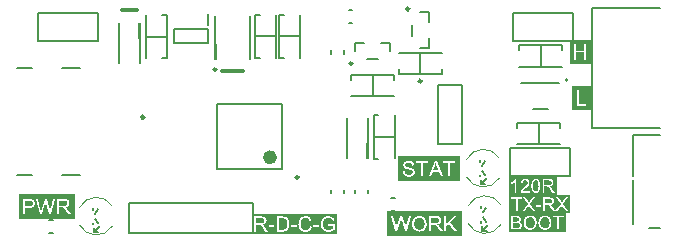
<source format=gbr>
G04*
G04 #@! TF.GenerationSoftware,Altium Limited,Altium Designer,24.2.2 (26)*
G04*
G04 Layer_Color=65535*
%FSLAX44Y44*%
%MOMM*%
G71*
G04*
G04 #@! TF.SameCoordinates,200C4C84-4450-49E8-9A81-A87B66CA8C1A*
G04*
G04*
G04 #@! TF.FilePolarity,Positive*
G04*
G01*
G75*
%ADD10C,0.1000*%
%ADD11C,0.2540*%
%ADD12C,0.2000*%
%ADD13C,0.6000*%
%ADD14C,0.2500*%
%ADD15C,0.1500*%
%ADD16C,0.1270*%
%ADD17C,0.2032*%
%ADD18C,0.3048*%
G36*
X379179Y2032D02*
X315722D01*
Y23290D01*
X379179D01*
Y2032D01*
D02*
G37*
G36*
X377909Y48514D02*
X325321D01*
Y69772D01*
X377909D01*
Y48514D01*
D02*
G37*
G36*
X273868Y3770D02*
X201801D01*
Y21028D01*
X273868D01*
Y3770D01*
D02*
G37*
G36*
X459895Y36866D02*
X471192D01*
Y21336D01*
X467493D01*
Y5588D01*
X419354D01*
Y21336D01*
Y36830D01*
Y52610D01*
X459895D01*
Y36866D01*
D02*
G37*
G36*
X488698Y147574D02*
X470662D01*
Y168388D01*
X488698D01*
Y147574D01*
D02*
G37*
G36*
Y108712D02*
X472680D01*
Y129525D01*
X488698D01*
Y108712D01*
D02*
G37*
G36*
X52189Y16764D02*
X4064D01*
Y37578D01*
X52189D01*
Y16764D01*
D02*
G37*
%LPC*%
G36*
X374939Y19068D02*
X372624D01*
X366291Y12698D01*
Y19068D01*
X364588D01*
Y6254D01*
X366291D01*
Y10698D01*
X368384Y12716D01*
X372939Y6254D01*
X375179D01*
X369569Y13865D01*
X374939Y19068D01*
D02*
G37*
G36*
X336220D02*
X334498D01*
X332498Y10828D01*
X332350Y10254D01*
X332239Y9735D01*
X332128Y9254D01*
X332035Y8846D01*
X331980Y8661D01*
X331962Y8495D01*
X331924Y8365D01*
X331906Y8254D01*
X331869Y8161D01*
Y8087D01*
X331850Y8050D01*
Y8032D01*
X331721Y8846D01*
X331554Y9643D01*
X331387Y10402D01*
X331313Y10754D01*
X331221Y11106D01*
X331147Y11420D01*
X331073Y11698D01*
X330999Y11939D01*
X330943Y12161D01*
X330906Y12328D01*
X330869Y12457D01*
X330832Y12550D01*
Y12568D01*
X329017Y19068D01*
X326962D01*
X324536Y10402D01*
X324518Y10328D01*
X324481Y10217D01*
X324444Y10069D01*
X324407Y9902D01*
X324351Y9717D01*
X324314Y9513D01*
X324203Y9106D01*
X324110Y8698D01*
X324055Y8513D01*
X324018Y8365D01*
X323999Y8217D01*
X323962Y8124D01*
X323944Y8050D01*
Y8032D01*
X323851Y8513D01*
X323759Y8995D01*
X323666Y9439D01*
X323573Y9828D01*
X323536Y10013D01*
X323499Y10180D01*
X323462Y10309D01*
X323444Y10439D01*
X323425Y10532D01*
X323407Y10606D01*
X323388Y10643D01*
Y10661D01*
X321481Y19068D01*
X319722D01*
X323074Y6254D01*
X324851D01*
X327555Y16012D01*
X327629Y16253D01*
X327684Y16512D01*
X327758Y16772D01*
X327814Y16994D01*
X327869Y17198D01*
X327906Y17364D01*
X327925Y17475D01*
X327943Y17494D01*
Y17512D01*
X327962Y17457D01*
X327980Y17364D01*
X328036Y17161D01*
X328110Y16920D01*
X328184Y16660D01*
X328240Y16420D01*
X328295Y16216D01*
X328314Y16123D01*
X328332Y16068D01*
X328351Y16031D01*
Y16012D01*
X331036Y6254D01*
X332702D01*
X336220Y19068D01*
D02*
G37*
G36*
X357700D02*
X351756D01*
Y6254D01*
X353459D01*
Y11939D01*
X355644D01*
X355848Y11920D01*
X355996D01*
X356126Y11902D01*
X356218Y11883D01*
X356292D01*
X356329Y11865D01*
X356348D01*
X356644Y11772D01*
X356774Y11717D01*
X356885Y11661D01*
X356996Y11605D01*
X357070Y11568D01*
X357107Y11550D01*
X357126Y11531D01*
X357274Y11420D01*
X357422Y11291D01*
X357700Y11013D01*
X357829Y10883D01*
X357922Y10772D01*
X357977Y10698D01*
X357996Y10680D01*
X358181Y10420D01*
X358385Y10143D01*
X358588Y9846D01*
X358792Y9569D01*
X358959Y9309D01*
X359088Y9106D01*
X359144Y9032D01*
X359181Y8976D01*
X359218Y8939D01*
Y8921D01*
X360903Y6254D01*
X363014D01*
X360810Y9735D01*
X360551Y10106D01*
X360310Y10439D01*
X360070Y10717D01*
X359866Y10976D01*
X359681Y11161D01*
X359533Y11309D01*
X359440Y11402D01*
X359403Y11439D01*
X359255Y11550D01*
X359088Y11680D01*
X358755Y11883D01*
X358607Y11957D01*
X358496Y12031D01*
X358422Y12068D01*
X358385Y12087D01*
X358718Y12142D01*
X359033Y12198D01*
X359310Y12291D01*
X359588Y12365D01*
X359829Y12457D01*
X360051Y12568D01*
X360255Y12661D01*
X360440Y12753D01*
X360588Y12865D01*
X360736Y12957D01*
X360847Y13031D01*
X360940Y13105D01*
X361014Y13161D01*
X361070Y13216D01*
X361088Y13235D01*
X361107Y13254D01*
X361255Y13439D01*
X361403Y13624D01*
X361625Y14013D01*
X361773Y14402D01*
X361884Y14772D01*
X361958Y15087D01*
X361977Y15216D01*
Y15346D01*
X361995Y15438D01*
Y15512D01*
Y15549D01*
Y15568D01*
X361977Y15957D01*
X361921Y16309D01*
X361829Y16642D01*
X361736Y16920D01*
X361625Y17161D01*
X361551Y17346D01*
X361477Y17457D01*
X361458Y17475D01*
Y17494D01*
X361236Y17790D01*
X361014Y18049D01*
X360773Y18271D01*
X360551Y18438D01*
X360347Y18568D01*
X360181Y18642D01*
X360070Y18697D01*
X360051Y18716D01*
X360033D01*
X359866Y18771D01*
X359662Y18827D01*
X359255Y18920D01*
X358811Y18975D01*
X358403Y19031D01*
X358014Y19049D01*
X357848D01*
X357700Y19068D01*
D02*
G37*
G36*
X343590Y19290D02*
X343423D01*
X342923Y19271D01*
X342460Y19216D01*
X342016Y19123D01*
X341590Y19012D01*
X341201Y18864D01*
X340831Y18716D01*
X340498Y18549D01*
X340201Y18383D01*
X339924Y18216D01*
X339683Y18049D01*
X339479Y17901D01*
X339313Y17753D01*
X339183Y17642D01*
X339072Y17549D01*
X339016Y17494D01*
X338998Y17475D01*
X338702Y17123D01*
X338442Y16753D01*
X338202Y16346D01*
X338016Y15938D01*
X337850Y15512D01*
X337702Y15105D01*
X337590Y14698D01*
X337516Y14309D01*
X337442Y13939D01*
X337387Y13587D01*
X337350Y13272D01*
X337313Y13013D01*
Y12791D01*
X337294Y12624D01*
Y12476D01*
X337331Y11846D01*
X337405Y11272D01*
X337516Y10717D01*
X337590Y10476D01*
X337665Y10235D01*
X337720Y10032D01*
X337794Y9846D01*
X337850Y9680D01*
X337905Y9532D01*
X337942Y9420D01*
X337979Y9347D01*
X338016Y9291D01*
Y9272D01*
X338331Y8735D01*
X338665Y8273D01*
X339035Y7865D01*
X339387Y7532D01*
X339701Y7254D01*
X339831Y7143D01*
X339942Y7069D01*
X340053Y6995D01*
X340127Y6939D01*
X340164Y6921D01*
X340183Y6902D01*
X340461Y6754D01*
X340738Y6625D01*
X341294Y6402D01*
X341831Y6254D01*
X342331Y6143D01*
X342571Y6106D01*
X342775Y6087D01*
X342960Y6051D01*
X343127D01*
X343238Y6032D01*
X343423D01*
X344034Y6069D01*
X344608Y6162D01*
X345145Y6273D01*
X345386Y6347D01*
X345608Y6421D01*
X345812Y6495D01*
X345997Y6569D01*
X346145Y6625D01*
X346275Y6680D01*
X346386Y6736D01*
X346479Y6773D01*
X346516Y6810D01*
X346534D01*
X347052Y7143D01*
X347497Y7513D01*
X347867Y7902D01*
X348182Y8273D01*
X348441Y8624D01*
X348534Y8754D01*
X348608Y8884D01*
X348682Y8995D01*
X348719Y9069D01*
X348756Y9124D01*
Y9143D01*
X348904Y9439D01*
X349015Y9735D01*
X349219Y10328D01*
X349367Y10920D01*
X349460Y11457D01*
X349478Y11698D01*
X349515Y11920D01*
X349534Y12124D01*
Y12291D01*
X349552Y12439D01*
Y12624D01*
X349515Y13327D01*
X349441Y13976D01*
X349386Y14272D01*
X349311Y14568D01*
X349238Y14827D01*
X349182Y15068D01*
X349108Y15290D01*
X349034Y15494D01*
X348978Y15661D01*
X348904Y15809D01*
X348867Y15920D01*
X348830Y15994D01*
X348793Y16049D01*
Y16068D01*
X348497Y16605D01*
X348145Y17086D01*
X347775Y17494D01*
X347441Y17827D01*
X347127Y18086D01*
X346978Y18197D01*
X346867Y18290D01*
X346756Y18346D01*
X346682Y18401D01*
X346645Y18420D01*
X346627Y18438D01*
X346349Y18586D01*
X346071Y18716D01*
X345534Y18938D01*
X344979Y19086D01*
X344497Y19179D01*
X344275Y19216D01*
X344053Y19253D01*
X343886Y19271D01*
X343719D01*
X343590Y19290D01*
D02*
G37*
%LPD*%
G36*
X357996Y17623D02*
X358422Y17549D01*
X358792Y17457D01*
X359070Y17346D01*
X359310Y17234D01*
X359459Y17142D01*
X359551Y17068D01*
X359588Y17049D01*
X359810Y16809D01*
X359977Y16568D01*
X360088Y16309D01*
X360181Y16086D01*
X360218Y15864D01*
X360236Y15698D01*
X360255Y15587D01*
Y15568D01*
Y15549D01*
X360236Y15327D01*
X360199Y15105D01*
X360144Y14920D01*
X360088Y14753D01*
X360014Y14605D01*
X359959Y14494D01*
X359921Y14420D01*
X359903Y14402D01*
X359773Y14216D01*
X359607Y14050D01*
X359440Y13920D01*
X359273Y13809D01*
X359125Y13735D01*
X359014Y13679D01*
X358940Y13642D01*
X358903Y13624D01*
X358644Y13550D01*
X358348Y13494D01*
X358051Y13457D01*
X357755Y13439D01*
X357496Y13420D01*
X357274Y13402D01*
X353459D01*
Y17642D01*
X357496D01*
X357996Y17623D01*
D02*
G37*
G36*
X343886Y17809D02*
X344331Y17735D01*
X344719Y17623D01*
X345053Y17512D01*
X345330Y17383D01*
X345442Y17327D01*
X345534Y17290D01*
X345627Y17234D01*
X345682Y17216D01*
X345701Y17179D01*
X345719D01*
X346071Y16920D01*
X346386Y16624D01*
X346664Y16327D01*
X346886Y16031D01*
X347052Y15772D01*
X347182Y15549D01*
X347219Y15475D01*
X347256Y15420D01*
X347275Y15383D01*
Y15364D01*
X347460Y14920D01*
X347589Y14439D01*
X347682Y13994D01*
X347738Y13568D01*
X347775Y13365D01*
X347793Y13198D01*
Y13031D01*
X347812Y12902D01*
Y12791D01*
Y12716D01*
Y12661D01*
Y12642D01*
X347793Y12198D01*
X347756Y11772D01*
X347701Y11365D01*
X347626Y10994D01*
X347515Y10661D01*
X347423Y10346D01*
X347312Y10050D01*
X347201Y9791D01*
X347071Y9569D01*
X346960Y9365D01*
X346867Y9198D01*
X346775Y9069D01*
X346682Y8958D01*
X346627Y8865D01*
X346590Y8828D01*
X346571Y8809D01*
X346330Y8569D01*
X346071Y8365D01*
X345812Y8198D01*
X345553Y8032D01*
X345293Y7902D01*
X345016Y7810D01*
X344775Y7717D01*
X344516Y7643D01*
X344294Y7587D01*
X344071Y7550D01*
X343886Y7513D01*
X343719Y7495D01*
X343590D01*
X343497Y7476D01*
X343405D01*
X343053Y7495D01*
X342720Y7532D01*
X342423Y7606D01*
X342127Y7680D01*
X341849Y7791D01*
X341590Y7902D01*
X341349Y8013D01*
X341127Y8143D01*
X340942Y8273D01*
X340775Y8384D01*
X340627Y8495D01*
X340498Y8606D01*
X340405Y8680D01*
X340331Y8754D01*
X340294Y8791D01*
X340275Y8809D01*
X340053Y9069D01*
X339868Y9347D01*
X339701Y9643D01*
X339553Y9939D01*
X339442Y10254D01*
X339331Y10550D01*
X339183Y11143D01*
X339146Y11402D01*
X339109Y11661D01*
X339072Y11883D01*
X339053Y12068D01*
X339035Y12235D01*
Y12365D01*
Y12439D01*
Y12457D01*
X339053Y12976D01*
X339090Y13457D01*
X339146Y13920D01*
X339239Y14327D01*
X339331Y14698D01*
X339442Y15031D01*
X339572Y15346D01*
X339683Y15605D01*
X339813Y15846D01*
X339924Y16049D01*
X340035Y16216D01*
X340127Y16346D01*
X340220Y16457D01*
X340275Y16531D01*
X340312Y16568D01*
X340331Y16587D01*
X340572Y16809D01*
X340831Y16994D01*
X341090Y17161D01*
X341368Y17309D01*
X341627Y17420D01*
X341886Y17531D01*
X342368Y17679D01*
X342590Y17716D01*
X342794Y17753D01*
X342960Y17790D01*
X343127Y17809D01*
X343257Y17827D01*
X343423D01*
X343886Y17809D01*
D02*
G37*
%LPC*%
G36*
X334543Y65772D02*
X334302D01*
X333821Y65753D01*
X333395Y65698D01*
X332988Y65624D01*
X332636Y65550D01*
X332358Y65476D01*
X332228Y65439D01*
X332136Y65402D01*
X332062Y65364D01*
X332006Y65346D01*
X331969Y65328D01*
X331951D01*
X331580Y65142D01*
X331247Y64939D01*
X330969Y64716D01*
X330747Y64513D01*
X330580Y64328D01*
X330451Y64179D01*
X330358Y64068D01*
X330340Y64050D01*
Y64031D01*
X330154Y63717D01*
X330025Y63402D01*
X329932Y63087D01*
X329877Y62809D01*
X329840Y62568D01*
X329803Y62383D01*
Y62309D01*
Y62254D01*
Y62235D01*
Y62217D01*
X329821Y61902D01*
X329877Y61606D01*
X329951Y61328D01*
X330025Y61087D01*
X330099Y60902D01*
X330173Y60754D01*
X330229Y60661D01*
X330247Y60624D01*
X330432Y60365D01*
X330654Y60124D01*
X330877Y59921D01*
X331099Y59754D01*
X331284Y59606D01*
X331451Y59513D01*
X331562Y59439D01*
X331580Y59421D01*
X331599D01*
X331747Y59347D01*
X331914Y59273D01*
X332284Y59143D01*
X332710Y59013D01*
X333117Y58884D01*
X333488Y58773D01*
X333654Y58736D01*
X333802Y58699D01*
X333913Y58661D01*
X334006Y58643D01*
X334062Y58625D01*
X334080D01*
X334395Y58550D01*
X334691Y58476D01*
X334950Y58402D01*
X335173Y58347D01*
X335395Y58291D01*
X335580Y58236D01*
X335746Y58199D01*
X335876Y58143D01*
X336006Y58106D01*
X336098Y58088D01*
X336246Y58032D01*
X336339Y58013D01*
X336357Y57995D01*
X336635Y57884D01*
X336876Y57754D01*
X337080Y57625D01*
X337228Y57513D01*
X337357Y57402D01*
X337431Y57328D01*
X337487Y57273D01*
X337506Y57254D01*
X337635Y57088D01*
X337728Y56902D01*
X337783Y56717D01*
X337839Y56569D01*
X337857Y56421D01*
X337876Y56310D01*
Y56217D01*
Y56199D01*
X337857Y55977D01*
X337820Y55773D01*
X337765Y55588D01*
X337691Y55440D01*
X337617Y55292D01*
X337561Y55199D01*
X337524Y55125D01*
X337506Y55106D01*
X337357Y54921D01*
X337172Y54773D01*
X336987Y54643D01*
X336820Y54514D01*
X336654Y54440D01*
X336524Y54366D01*
X336432Y54329D01*
X336395Y54310D01*
X336117Y54218D01*
X335821Y54144D01*
X335524Y54106D01*
X335265Y54069D01*
X335043Y54051D01*
X334858Y54032D01*
X334691D01*
X334284Y54051D01*
X333913Y54088D01*
X333580Y54144D01*
X333284Y54218D01*
X333043Y54292D01*
X332858Y54347D01*
X332802Y54366D01*
X332747Y54384D01*
X332728Y54403D01*
X332710D01*
X332413Y54551D01*
X332136Y54717D01*
X331932Y54884D01*
X331747Y55051D01*
X331599Y55180D01*
X331506Y55310D01*
X331451Y55384D01*
X331432Y55403D01*
X331302Y55643D01*
X331173Y55903D01*
X331099Y56180D01*
X331025Y56421D01*
X330969Y56662D01*
X330932Y56828D01*
Y56902D01*
X330914Y56958D01*
Y56976D01*
Y56995D01*
X329321Y56847D01*
X329358Y56384D01*
X329432Y55940D01*
X329543Y55551D01*
X329673Y55199D01*
X329803Y54921D01*
X329858Y54810D01*
X329895Y54717D01*
X329951Y54643D01*
X329969Y54588D01*
X330006Y54551D01*
Y54532D01*
X330284Y54180D01*
X330580Y53866D01*
X330895Y53607D01*
X331191Y53384D01*
X331451Y53218D01*
X331673Y53106D01*
X331747Y53070D01*
X331802Y53032D01*
X331839Y53014D01*
X331858D01*
X332321Y52847D01*
X332802Y52718D01*
X333284Y52644D01*
X333747Y52569D01*
X333969Y52551D01*
X334154Y52533D01*
X334321D01*
X334469Y52514D01*
X334765D01*
X335265Y52533D01*
X335728Y52588D01*
X336154Y52681D01*
X336506Y52773D01*
X336802Y52847D01*
X336932Y52903D01*
X337043Y52940D01*
X337117Y52977D01*
X337172Y52995D01*
X337209Y53014D01*
X337228D01*
X337617Y53218D01*
X337950Y53440D01*
X338246Y53681D01*
X338487Y53903D01*
X338672Y54088D01*
X338802Y54255D01*
X338894Y54366D01*
X338913Y54384D01*
Y54403D01*
X339117Y54755D01*
X339265Y55088D01*
X339357Y55403D01*
X339431Y55699D01*
X339468Y55958D01*
X339505Y56162D01*
Y56328D01*
X339487Y56699D01*
X339431Y57051D01*
X339339Y57365D01*
X339246Y57625D01*
X339135Y57847D01*
X339061Y58013D01*
X338987Y58106D01*
X338968Y58143D01*
X338746Y58421D01*
X338487Y58680D01*
X338209Y58902D01*
X337932Y59106D01*
X337691Y59254D01*
X337487Y59365D01*
X337413Y59402D01*
X337357Y59439D01*
X337320Y59458D01*
X337302D01*
X337154Y59532D01*
X336969Y59587D01*
X336765Y59661D01*
X336543Y59735D01*
X336080Y59865D01*
X335598Y59995D01*
X335376Y60050D01*
X335173Y60106D01*
X334969Y60161D01*
X334802Y60198D01*
X334673Y60235D01*
X334561Y60254D01*
X334487Y60272D01*
X334469D01*
X334099Y60365D01*
X333765Y60439D01*
X333469Y60532D01*
X333210Y60606D01*
X332969Y60698D01*
X332765Y60772D01*
X332580Y60847D01*
X332413Y60902D01*
X332284Y60976D01*
X332173Y61032D01*
X332099Y61069D01*
X332025Y61124D01*
X331932Y61180D01*
X331914Y61198D01*
X331747Y61383D01*
X331636Y61569D01*
X331543Y61754D01*
X331488Y61939D01*
X331451Y62087D01*
X331432Y62217D01*
Y62291D01*
Y62328D01*
X331469Y62624D01*
X331543Y62883D01*
X331654Y63106D01*
X331784Y63309D01*
X331895Y63457D01*
X332006Y63587D01*
X332080Y63661D01*
X332117Y63679D01*
X332265Y63772D01*
X332413Y63865D01*
X332765Y64013D01*
X333136Y64105D01*
X333506Y64179D01*
X333839Y64216D01*
X333987Y64235D01*
X334099Y64254D01*
X334358D01*
X334876Y64235D01*
X335339Y64161D01*
X335709Y64050D01*
X336024Y63939D01*
X336265Y63828D01*
X336450Y63717D01*
X336543Y63643D01*
X336580Y63624D01*
X336839Y63365D01*
X337043Y63087D01*
X337209Y62791D01*
X337320Y62494D01*
X337394Y62217D01*
X337450Y62013D01*
X337468Y61920D01*
X337487Y61865D01*
Y61828D01*
Y61809D01*
X339117Y61939D01*
X339080Y62346D01*
X338987Y62717D01*
X338894Y63068D01*
X338765Y63365D01*
X338654Y63605D01*
X338561Y63791D01*
X338524Y63846D01*
X338487Y63902D01*
X338468Y63920D01*
Y63939D01*
X338228Y64254D01*
X337968Y64531D01*
X337691Y64772D01*
X337413Y64957D01*
X337172Y65124D01*
X336987Y65216D01*
X336913Y65253D01*
X336857Y65290D01*
X336820Y65309D01*
X336802D01*
X336395Y65457D01*
X335950Y65568D01*
X335543Y65661D01*
X335154Y65716D01*
X334802Y65753D01*
X334673D01*
X334543Y65772D01*
D02*
G37*
G36*
X373909Y65550D02*
X363762D01*
Y64031D01*
X367984D01*
Y52736D01*
X369687D01*
Y64031D01*
X373909D01*
Y65550D01*
D02*
G37*
G36*
X358115D02*
X356263D01*
X351375Y52736D01*
X353171D01*
X354559Y56625D01*
X359929D01*
X361429Y52736D01*
X363355D01*
X358115Y65550D01*
D02*
G37*
G36*
X351023D02*
X340876D01*
Y64031D01*
X345097D01*
Y52736D01*
X346801D01*
Y64031D01*
X351023D01*
Y65550D01*
D02*
G37*
%LPD*%
G36*
X357281Y63791D02*
X357429Y63346D01*
X357578Y62902D01*
X357726Y62476D01*
X357800Y62291D01*
X357855Y62106D01*
X357911Y61939D01*
X357966Y61809D01*
X358003Y61698D01*
X358041Y61606D01*
X358059Y61550D01*
Y61532D01*
X359392Y58013D01*
X355059D01*
X356448Y61754D01*
X356615Y62217D01*
X356744Y62661D01*
X356874Y63068D01*
X356967Y63439D01*
X357041Y63754D01*
X357078Y63883D01*
X357096Y64013D01*
X357133Y64087D01*
Y64161D01*
X357152Y64198D01*
Y64216D01*
X357281Y63791D01*
D02*
G37*
%LPC*%
G36*
X247278Y19028D02*
X247093D01*
X246482Y18991D01*
X245889Y18898D01*
X245371Y18787D01*
X245130Y18713D01*
X244908Y18639D01*
X244704Y18565D01*
X244519Y18491D01*
X244371Y18435D01*
X244223Y18380D01*
X244130Y18324D01*
X244056Y18287D01*
X244001Y18269D01*
X243982Y18250D01*
X243482Y17936D01*
X243057Y17565D01*
X242686Y17195D01*
X242371Y16825D01*
X242131Y16491D01*
X242038Y16343D01*
X241964Y16213D01*
X241890Y16121D01*
X241853Y16047D01*
X241834Y15991D01*
X241816Y15973D01*
X241557Y15399D01*
X241371Y14806D01*
X241242Y14214D01*
X241149Y13677D01*
X241112Y13436D01*
X241094Y13195D01*
X241075Y13010D01*
Y12825D01*
X241057Y12695D01*
Y12492D01*
X241094Y11825D01*
X241168Y11177D01*
X241260Y10603D01*
X241334Y10325D01*
X241390Y10084D01*
X241446Y9862D01*
X241520Y9659D01*
X241575Y9473D01*
X241612Y9325D01*
X241668Y9214D01*
X241686Y9122D01*
X241723Y9066D01*
Y9047D01*
X242001Y8492D01*
X242316Y7992D01*
X242649Y7566D01*
X242816Y7400D01*
X242964Y7233D01*
X243112Y7085D01*
X243260Y6955D01*
X243390Y6844D01*
X243501Y6770D01*
X243575Y6696D01*
X243649Y6640D01*
X243686Y6622D01*
X243704Y6603D01*
X243964Y6455D01*
X244223Y6326D01*
X244778Y6122D01*
X245334Y5974D01*
X245871Y5881D01*
X246130Y5844D01*
X246352Y5807D01*
X246556Y5789D01*
X246723D01*
X246871Y5770D01*
X247075D01*
X247445Y5789D01*
X247797Y5826D01*
X248130Y5863D01*
X248445Y5937D01*
X248741Y6029D01*
X249019Y6122D01*
X249278Y6215D01*
X249519Y6326D01*
X249722Y6418D01*
X249926Y6511D01*
X250074Y6603D01*
X250222Y6696D01*
X250315Y6770D01*
X250408Y6807D01*
X250445Y6844D01*
X250463Y6862D01*
X250722Y7085D01*
X250944Y7307D01*
X251148Y7566D01*
X251352Y7825D01*
X251685Y8344D01*
X251944Y8862D01*
X252055Y9103D01*
X252148Y9325D01*
X252222Y9529D01*
X252278Y9696D01*
X252333Y9844D01*
X252370Y9955D01*
X252389Y10029D01*
Y10047D01*
X250685Y10473D01*
X250611Y10177D01*
X250519Y9899D01*
X250426Y9640D01*
X250333Y9399D01*
X250222Y9177D01*
X250111Y8992D01*
X249982Y8807D01*
X249871Y8640D01*
X249778Y8492D01*
X249667Y8381D01*
X249574Y8270D01*
X249500Y8177D01*
X249426Y8122D01*
X249371Y8066D01*
X249352Y8048D01*
X249334Y8029D01*
X249148Y7881D01*
X248945Y7770D01*
X248537Y7566D01*
X248148Y7418D01*
X247760Y7326D01*
X247426Y7251D01*
X247297Y7233D01*
X247167D01*
X247056Y7214D01*
X246926D01*
X246500Y7233D01*
X246093Y7307D01*
X245723Y7400D01*
X245390Y7511D01*
X245130Y7622D01*
X245019Y7677D01*
X244927Y7714D01*
X244853Y7751D01*
X244797Y7788D01*
X244760Y7807D01*
X244741D01*
X244390Y8066D01*
X244093Y8344D01*
X243834Y8659D01*
X243631Y8955D01*
X243464Y9214D01*
X243353Y9436D01*
X243316Y9529D01*
X243279Y9585D01*
X243260Y9621D01*
Y9640D01*
X243112Y10122D01*
X243001Y10603D01*
X242908Y11084D01*
X242853Y11529D01*
X242834Y11732D01*
X242816Y11918D01*
Y12084D01*
X242797Y12214D01*
Y12325D01*
Y12418D01*
Y12473D01*
Y12492D01*
X242816Y12973D01*
X242853Y13417D01*
X242927Y13825D01*
X243001Y14195D01*
X243057Y14510D01*
X243093Y14640D01*
X243130Y14751D01*
X243149Y14843D01*
X243168Y14899D01*
X243186Y14936D01*
Y14954D01*
X243371Y15380D01*
X243575Y15769D01*
X243797Y16084D01*
X244038Y16362D01*
X244242Y16584D01*
X244408Y16732D01*
X244538Y16825D01*
X244556Y16861D01*
X244575D01*
X244964Y17102D01*
X245390Y17287D01*
X245797Y17417D01*
X246186Y17491D01*
X246538Y17547D01*
X246686Y17565D01*
X246815D01*
X246908Y17584D01*
X247056D01*
X247519Y17565D01*
X247945Y17491D01*
X248297Y17380D01*
X248611Y17269D01*
X248852Y17139D01*
X249037Y17047D01*
X249148Y16973D01*
X249186Y16936D01*
X249482Y16658D01*
X249760Y16343D01*
X249982Y16010D01*
X250167Y15676D01*
X250315Y15380D01*
X250371Y15232D01*
X250408Y15121D01*
X250445Y15028D01*
X250482Y14954D01*
X250500Y14917D01*
Y14899D01*
X252167Y15288D01*
X252055Y15621D01*
X251944Y15917D01*
X251796Y16195D01*
X251667Y16473D01*
X251518Y16713D01*
X251352Y16936D01*
X251204Y17158D01*
X251056Y17343D01*
X250907Y17491D01*
X250778Y17639D01*
X250648Y17769D01*
X250556Y17861D01*
X250463Y17954D01*
X250389Y18010D01*
X250352Y18028D01*
X250333Y18047D01*
X250074Y18213D01*
X249815Y18380D01*
X249556Y18510D01*
X249278Y18621D01*
X248722Y18787D01*
X248223Y18898D01*
X247982Y18954D01*
X247778Y18972D01*
X247575Y18991D01*
X247408Y19009D01*
X247278Y19028D01*
D02*
G37*
G36*
X266647D02*
X266054D01*
X265721Y18991D01*
X265073Y18898D01*
X264776Y18843D01*
X264499Y18769D01*
X264240Y18713D01*
X263999Y18639D01*
X263776Y18565D01*
X263591Y18491D01*
X263425Y18417D01*
X263277Y18361D01*
X263165Y18306D01*
X263091Y18269D01*
X263036Y18250D01*
X263017Y18232D01*
X262758Y18065D01*
X262499Y17898D01*
X262055Y17510D01*
X261666Y17121D01*
X261351Y16713D01*
X261092Y16362D01*
X260999Y16213D01*
X260925Y16065D01*
X260851Y15954D01*
X260814Y15880D01*
X260795Y15825D01*
X260777Y15806D01*
X260518Y15195D01*
X260332Y14584D01*
X260184Y13991D01*
X260147Y13714D01*
X260092Y13455D01*
X260073Y13214D01*
X260036Y13010D01*
X260018Y12806D01*
Y12640D01*
X259999Y12510D01*
Y12325D01*
X260036Y11640D01*
X260129Y10992D01*
X260184Y10696D01*
X260240Y10418D01*
X260314Y10140D01*
X260388Y9899D01*
X260462Y9677D01*
X260536Y9492D01*
X260592Y9307D01*
X260647Y9177D01*
X260703Y9047D01*
X260740Y8973D01*
X260777Y8918D01*
Y8899D01*
X261110Y8362D01*
X261481Y7900D01*
X261869Y7492D01*
X262240Y7159D01*
X262591Y6900D01*
X262721Y6807D01*
X262851Y6714D01*
X262962Y6659D01*
X263036Y6603D01*
X263091Y6585D01*
X263110Y6566D01*
X263406Y6418D01*
X263703Y6307D01*
X264295Y6103D01*
X264869Y5974D01*
X265406Y5863D01*
X265647Y5844D01*
X265869Y5807D01*
X266073Y5789D01*
X266239D01*
X266369Y5770D01*
X266554D01*
X267073Y5789D01*
X267572Y5844D01*
X268035Y5937D01*
X268443Y6029D01*
X268609Y6066D01*
X268776Y6103D01*
X268924Y6159D01*
X269054Y6196D01*
X269146Y6233D01*
X269220Y6252D01*
X269257Y6270D01*
X269276D01*
X269776Y6474D01*
X270239Y6714D01*
X270683Y6974D01*
X271072Y7214D01*
X271239Y7326D01*
X271405Y7437D01*
X271535Y7529D01*
X271646Y7603D01*
X271739Y7677D01*
X271813Y7733D01*
X271850Y7751D01*
X271868Y7770D01*
Y12529D01*
X266424D01*
Y11010D01*
X270202D01*
Y8603D01*
X269980Y8418D01*
X269720Y8251D01*
X269443Y8103D01*
X269183Y7973D01*
X268961Y7862D01*
X268757Y7770D01*
X268683Y7733D01*
X268646Y7714D01*
X268609Y7696D01*
X268591D01*
X268202Y7566D01*
X267813Y7455D01*
X267461Y7381D01*
X267128Y7344D01*
X266850Y7307D01*
X266739D01*
X266628Y7288D01*
X266443D01*
X265980Y7307D01*
X265536Y7381D01*
X265128Y7474D01*
X264758Y7566D01*
X264462Y7677D01*
X264332Y7714D01*
X264240Y7751D01*
X264147Y7788D01*
X264091Y7825D01*
X264054Y7844D01*
X264036D01*
X263647Y8085D01*
X263295Y8344D01*
X262999Y8622D01*
X262758Y8899D01*
X262554Y9159D01*
X262425Y9362D01*
X262369Y9436D01*
X262351Y9492D01*
X262314Y9529D01*
Y9548D01*
X262129Y10010D01*
X261980Y10492D01*
X261888Y10973D01*
X261814Y11436D01*
X261795Y11640D01*
X261777Y11825D01*
X261758Y12010D01*
Y12158D01*
X261740Y12269D01*
Y12362D01*
Y12418D01*
Y12436D01*
X261758Y12954D01*
X261814Y13417D01*
X261888Y13862D01*
X261980Y14251D01*
X262017Y14417D01*
X262073Y14566D01*
X262110Y14695D01*
X262147Y14806D01*
X262184Y14899D01*
X262203Y14954D01*
X262221Y14991D01*
Y15010D01*
X262351Y15269D01*
X262480Y15510D01*
X262610Y15732D01*
X262740Y15917D01*
X262851Y16065D01*
X262943Y16195D01*
X263017Y16269D01*
X263036Y16287D01*
X263240Y16491D01*
X263462Y16676D01*
X263703Y16825D01*
X263925Y16973D01*
X264110Y17065D01*
X264258Y17158D01*
X264369Y17195D01*
X264406Y17213D01*
X264739Y17343D01*
X265073Y17435D01*
X265424Y17491D01*
X265739Y17547D01*
X266017Y17565D01*
X266128D01*
X266221Y17584D01*
X266424D01*
X266776Y17565D01*
X267110Y17528D01*
X267406Y17473D01*
X267665Y17417D01*
X267887Y17343D01*
X268054Y17287D01*
X268146Y17250D01*
X268183Y17232D01*
X268461Y17102D01*
X268702Y16954D01*
X268924Y16806D01*
X269091Y16658D01*
X269220Y16528D01*
X269331Y16436D01*
X269387Y16362D01*
X269406Y16343D01*
X269572Y16121D01*
X269702Y15862D01*
X269832Y15621D01*
X269943Y15362D01*
X270017Y15139D01*
X270072Y14973D01*
X270091Y14899D01*
X270109Y14843D01*
X270128Y14825D01*
Y14806D01*
X271665Y15214D01*
X271535Y15676D01*
X271368Y16084D01*
X271202Y16454D01*
X271054Y16750D01*
X270905Y16991D01*
X270794Y17158D01*
X270720Y17269D01*
X270683Y17306D01*
X270424Y17602D01*
X270146Y17843D01*
X269850Y18065D01*
X269572Y18250D01*
X269313Y18380D01*
X269109Y18491D01*
X269035Y18528D01*
X268980Y18547D01*
X268943Y18565D01*
X268924D01*
X268498Y18713D01*
X268054Y18824D01*
X267647Y18917D01*
X267258Y18972D01*
X266906Y19009D01*
X266758D01*
X266647Y19028D01*
D02*
G37*
G36*
X258518Y11418D02*
X253648D01*
Y9844D01*
X258518D01*
Y11418D01*
D02*
G37*
G36*
X239631D02*
X234761D01*
Y9844D01*
X239631D01*
Y11418D01*
D02*
G37*
G36*
X220744D02*
X215874D01*
Y9844D01*
X220744D01*
Y11418D01*
D02*
G37*
G36*
X227595Y18806D02*
X222670D01*
Y5992D01*
X227280D01*
X227706Y6011D01*
X228095Y6029D01*
X228447Y6066D01*
X228743Y6103D01*
X229002Y6140D01*
X229188Y6159D01*
X229243Y6177D01*
X229299Y6196D01*
X229336D01*
X229669Y6288D01*
X229965Y6400D01*
X230224Y6492D01*
X230447Y6603D01*
X230632Y6696D01*
X230761Y6770D01*
X230835Y6826D01*
X230872Y6844D01*
X231113Y7011D01*
X231317Y7214D01*
X231521Y7400D01*
X231687Y7585D01*
X231835Y7751D01*
X231947Y7881D01*
X232021Y7973D01*
X232039Y8011D01*
X232224Y8307D01*
X232409Y8622D01*
X232558Y8918D01*
X232669Y9214D01*
X232780Y9473D01*
X232854Y9677D01*
X232872Y9751D01*
X232891Y9807D01*
X232909Y9844D01*
Y9862D01*
X233020Y10307D01*
X233113Y10751D01*
X233169Y11177D01*
X233224Y11584D01*
X233243Y11936D01*
Y12084D01*
X233261Y12214D01*
Y12455D01*
X233243Y13084D01*
X233187Y13658D01*
X233095Y14177D01*
X233057Y14417D01*
X233002Y14621D01*
X232946Y14825D01*
X232909Y14991D01*
X232872Y15139D01*
X232817Y15269D01*
X232798Y15380D01*
X232761Y15454D01*
X232743Y15491D01*
Y15510D01*
X232539Y15991D01*
X232298Y16417D01*
X232039Y16787D01*
X231798Y17102D01*
X231576Y17362D01*
X231391Y17547D01*
X231317Y17602D01*
X231261Y17658D01*
X231243Y17676D01*
X231224Y17695D01*
X230928Y17936D01*
X230613Y18121D01*
X230299Y18287D01*
X230002Y18417D01*
X229743Y18510D01*
X229539Y18565D01*
X229465Y18602D01*
X229410D01*
X229373Y18621D01*
X229354D01*
X229039Y18676D01*
X228669Y18732D01*
X228299Y18769D01*
X227928Y18787D01*
X227595Y18806D01*
D02*
G37*
G36*
X209745D02*
X203801D01*
Y5992D01*
X205505D01*
Y11677D01*
X207690D01*
X207893Y11658D01*
X208042D01*
X208171Y11640D01*
X208264Y11621D01*
X208338D01*
X208375Y11603D01*
X208393D01*
X208690Y11510D01*
X208819Y11455D01*
X208930Y11399D01*
X209042Y11344D01*
X209116Y11307D01*
X209153Y11288D01*
X209171Y11270D01*
X209319Y11158D01*
X209467Y11029D01*
X209745Y10751D01*
X209875Y10621D01*
X209967Y10510D01*
X210023Y10436D01*
X210041Y10418D01*
X210226Y10158D01*
X210430Y9881D01*
X210634Y9585D01*
X210838Y9307D01*
X211004Y9047D01*
X211134Y8844D01*
X211189Y8770D01*
X211226Y8714D01*
X211264Y8677D01*
Y8659D01*
X212948Y5992D01*
X215059D01*
X212856Y9473D01*
X212597Y9844D01*
X212356Y10177D01*
X212115Y10455D01*
X211912Y10714D01*
X211726Y10899D01*
X211578Y11047D01*
X211486Y11140D01*
X211449Y11177D01*
X211301Y11288D01*
X211134Y11418D01*
X210800Y11621D01*
X210652Y11695D01*
X210541Y11769D01*
X210467Y11806D01*
X210430Y11825D01*
X210763Y11881D01*
X211078Y11936D01*
X211356Y12029D01*
X211634Y12103D01*
X211875Y12195D01*
X212097Y12306D01*
X212300Y12399D01*
X212486Y12492D01*
X212634Y12603D01*
X212782Y12695D01*
X212893Y12769D01*
X212985Y12843D01*
X213060Y12899D01*
X213115Y12954D01*
X213134Y12973D01*
X213152Y12991D01*
X213300Y13177D01*
X213448Y13362D01*
X213671Y13751D01*
X213819Y14140D01*
X213930Y14510D01*
X214004Y14825D01*
X214022Y14954D01*
Y15084D01*
X214041Y15177D01*
Y15251D01*
Y15288D01*
Y15306D01*
X214022Y15695D01*
X213967Y16047D01*
X213874Y16380D01*
X213782Y16658D01*
X213671Y16898D01*
X213597Y17084D01*
X213522Y17195D01*
X213504Y17213D01*
Y17232D01*
X213282Y17528D01*
X213060Y17787D01*
X212819Y18010D01*
X212597Y18176D01*
X212393Y18306D01*
X212226Y18380D01*
X212115Y18435D01*
X212097Y18454D01*
X212078D01*
X211912Y18510D01*
X211708Y18565D01*
X211301Y18658D01*
X210856Y18713D01*
X210449Y18769D01*
X210060Y18787D01*
X209893D01*
X209745Y18806D01*
D02*
G37*
%LPD*%
G36*
X227577Y17269D02*
X227817D01*
X228039Y17250D01*
X228410Y17195D01*
X228706Y17158D01*
X228947Y17102D01*
X229114Y17047D01*
X229206Y17028D01*
X229243Y17010D01*
X229576Y16843D01*
X229891Y16639D01*
X230169Y16399D01*
X230410Y16158D01*
X230595Y15936D01*
X230743Y15750D01*
X230780Y15676D01*
X230817Y15621D01*
X230854Y15584D01*
Y15565D01*
X230965Y15362D01*
X231076Y15121D01*
X231243Y14640D01*
X231354Y14121D01*
X231447Y13621D01*
X231465Y13399D01*
X231484Y13177D01*
X231502Y12991D01*
Y12825D01*
X231521Y12677D01*
Y12584D01*
Y12510D01*
Y12492D01*
X231502Y11973D01*
X231465Y11492D01*
X231409Y11066D01*
X231354Y10696D01*
X231317Y10547D01*
X231280Y10418D01*
X231243Y10288D01*
X231224Y10195D01*
X231206Y10122D01*
X231187Y10066D01*
X231169Y10029D01*
Y10010D01*
X231039Y9659D01*
X230891Y9344D01*
X230724Y9066D01*
X230576Y8825D01*
X230447Y8640D01*
X230336Y8511D01*
X230261Y8436D01*
X230243Y8399D01*
X230058Y8251D01*
X229873Y8122D01*
X229688Y8011D01*
X229502Y7900D01*
X229336Y7825D01*
X229206Y7770D01*
X229114Y7751D01*
X229076Y7733D01*
X228799Y7659D01*
X228465Y7603D01*
X228132Y7566D01*
X227817Y7548D01*
X227540Y7529D01*
X227410Y7511D01*
X224373D01*
Y17287D01*
X227336D01*
X227577Y17269D01*
D02*
G37*
G36*
X210041Y17362D02*
X210467Y17287D01*
X210838Y17195D01*
X211115Y17084D01*
X211356Y16973D01*
X211504Y16880D01*
X211597Y16806D01*
X211634Y16787D01*
X211856Y16547D01*
X212023Y16306D01*
X212134Y16047D01*
X212226Y15825D01*
X212263Y15602D01*
X212282Y15436D01*
X212300Y15325D01*
Y15306D01*
Y15288D01*
X212282Y15065D01*
X212245Y14843D01*
X212189Y14658D01*
X212134Y14491D01*
X212060Y14343D01*
X212004Y14232D01*
X211967Y14158D01*
X211949Y14140D01*
X211819Y13954D01*
X211652Y13788D01*
X211486Y13658D01*
X211319Y13547D01*
X211171Y13473D01*
X211060Y13417D01*
X210986Y13380D01*
X210949Y13362D01*
X210689Y13288D01*
X210393Y13232D01*
X210097Y13195D01*
X209801Y13177D01*
X209541Y13158D01*
X209319Y13140D01*
X205505D01*
Y17380D01*
X209541D01*
X210041Y17362D01*
D02*
G37*
%LPC*%
G36*
X453112Y50560D02*
X447764D01*
Y39030D01*
X449297D01*
Y44145D01*
X451263D01*
X451446Y44129D01*
X451580D01*
X451696Y44112D01*
X451780Y44095D01*
X451846D01*
X451880Y44079D01*
X451896D01*
X452163Y43995D01*
X452279Y43945D01*
X452379Y43895D01*
X452479Y43845D01*
X452546Y43812D01*
X452579Y43795D01*
X452596Y43779D01*
X452729Y43679D01*
X452863Y43562D01*
X453112Y43312D01*
X453229Y43196D01*
X453312Y43096D01*
X453363Y43029D01*
X453379Y43012D01*
X453546Y42779D01*
X453729Y42529D01*
X453912Y42263D01*
X454096Y42013D01*
X454246Y41779D01*
X454362Y41596D01*
X454412Y41529D01*
X454445Y41479D01*
X454479Y41446D01*
Y41429D01*
X455995Y39030D01*
X457895D01*
X455912Y42162D01*
X455678Y42496D01*
X455462Y42796D01*
X455245Y43046D01*
X455062Y43279D01*
X454895Y43446D01*
X454762Y43579D01*
X454679Y43662D01*
X454646Y43695D01*
X454512Y43795D01*
X454362Y43912D01*
X454062Y44095D01*
X453929Y44162D01*
X453829Y44229D01*
X453762Y44262D01*
X453729Y44279D01*
X454029Y44329D01*
X454312Y44379D01*
X454562Y44462D01*
X454812Y44528D01*
X455029Y44612D01*
X455229Y44712D01*
X455412Y44795D01*
X455579Y44878D01*
X455712Y44978D01*
X455845Y45062D01*
X455945Y45128D01*
X456029Y45195D01*
X456095Y45245D01*
X456145Y45295D01*
X456162Y45312D01*
X456178Y45328D01*
X456312Y45495D01*
X456445Y45662D01*
X456645Y46012D01*
X456778Y46361D01*
X456878Y46695D01*
X456945Y46978D01*
X456962Y47094D01*
Y47211D01*
X456978Y47295D01*
Y47361D01*
Y47394D01*
Y47411D01*
X456962Y47761D01*
X456912Y48078D01*
X456828Y48378D01*
X456745Y48628D01*
X456645Y48844D01*
X456578Y49011D01*
X456512Y49111D01*
X456495Y49127D01*
Y49144D01*
X456295Y49411D01*
X456095Y49644D01*
X455878Y49844D01*
X455678Y49994D01*
X455495Y50110D01*
X455345Y50177D01*
X455245Y50227D01*
X455229Y50244D01*
X455212D01*
X455062Y50294D01*
X454879Y50344D01*
X454512Y50427D01*
X454112Y50477D01*
X453746Y50527D01*
X453396Y50544D01*
X453246D01*
X453112Y50560D01*
D02*
G37*
G36*
X433218Y50610D02*
X433051D01*
X432751Y50594D01*
X432468Y50577D01*
X432201Y50527D01*
X431951Y50477D01*
X431718Y50410D01*
X431501Y50344D01*
X431301Y50260D01*
X431118Y50177D01*
X430951Y50094D01*
X430818Y50010D01*
X430702Y49944D01*
X430602Y49877D01*
X430518Y49827D01*
X430468Y49777D01*
X430435Y49760D01*
X430418Y49744D01*
X430252Y49577D01*
X430102Y49394D01*
X429952Y49194D01*
X429835Y48994D01*
X429635Y48594D01*
X429502Y48194D01*
X429452Y48011D01*
X429402Y47828D01*
X429369Y47678D01*
X429335Y47544D01*
X429319Y47428D01*
Y47344D01*
X429302Y47295D01*
Y47278D01*
X430752Y47128D01*
X430785Y47511D01*
X430852Y47844D01*
X430951Y48144D01*
X431068Y48378D01*
X431168Y48577D01*
X431268Y48711D01*
X431335Y48794D01*
X431368Y48827D01*
X431618Y49027D01*
X431885Y49177D01*
X432168Y49294D01*
X432418Y49361D01*
X432651Y49411D01*
X432851Y49427D01*
X432918Y49444D01*
X433018D01*
X433368Y49427D01*
X433684Y49361D01*
X433951Y49261D01*
X434184Y49161D01*
X434367Y49044D01*
X434484Y48961D01*
X434567Y48894D01*
X434601Y48861D01*
X434801Y48628D01*
X434950Y48394D01*
X435067Y48161D01*
X435134Y47928D01*
X435184Y47744D01*
X435201Y47578D01*
X435217Y47478D01*
Y47461D01*
Y47445D01*
X435184Y47144D01*
X435117Y46828D01*
X435000Y46545D01*
X434884Y46278D01*
X434751Y46062D01*
X434634Y45878D01*
X434601Y45812D01*
X434567Y45762D01*
X434534Y45745D01*
Y45728D01*
X434401Y45545D01*
X434234Y45362D01*
X434051Y45162D01*
X433851Y44962D01*
X433434Y44562D01*
X433018Y44162D01*
X432801Y43979D01*
X432618Y43812D01*
X432435Y43662D01*
X432285Y43529D01*
X432168Y43429D01*
X432068Y43345D01*
X432001Y43295D01*
X431985Y43279D01*
X431568Y42929D01*
X431185Y42596D01*
X430868Y42296D01*
X430618Y42046D01*
X430402Y41829D01*
X430252Y41679D01*
X430168Y41579D01*
X430135Y41563D01*
Y41546D01*
X429902Y41263D01*
X429719Y40996D01*
X429552Y40729D01*
X429419Y40496D01*
X429319Y40296D01*
X429252Y40146D01*
X429219Y40046D01*
X429202Y40030D01*
Y40013D01*
X429135Y39830D01*
X429102Y39663D01*
X429069Y39497D01*
X429052Y39346D01*
X429035Y39213D01*
Y39030D01*
X436683D01*
Y40396D01*
X431002D01*
X431202Y40679D01*
X431301Y40796D01*
X431385Y40913D01*
X431468Y41013D01*
X431535Y41079D01*
X431585Y41129D01*
X431601Y41146D01*
X431685Y41229D01*
X431785Y41313D01*
X432018Y41529D01*
X432285Y41779D01*
X432568Y42029D01*
X432834Y42246D01*
X432951Y42346D01*
X433051Y42446D01*
X433134Y42512D01*
X433201Y42562D01*
X433234Y42596D01*
X433251Y42612D01*
X433517Y42846D01*
X433784Y43062D01*
X434017Y43279D01*
X434234Y43462D01*
X434434Y43645D01*
X434601Y43812D01*
X434767Y43962D01*
X434901Y44095D01*
X435034Y44229D01*
X435134Y44329D01*
X435217Y44412D01*
X435300Y44495D01*
X435384Y44595D01*
X435417Y44629D01*
X435650Y44912D01*
X435850Y45162D01*
X436017Y45412D01*
X436150Y45612D01*
X436250Y45795D01*
X436317Y45928D01*
X436350Y46012D01*
X436367Y46045D01*
X436467Y46295D01*
X436533Y46545D01*
X436600Y46778D01*
X436633Y46978D01*
X436650Y47161D01*
X436667Y47295D01*
Y47378D01*
Y47411D01*
X436650Y47661D01*
X436617Y47894D01*
X436583Y48128D01*
X436517Y48328D01*
X436350Y48727D01*
X436184Y49044D01*
X436084Y49194D01*
X436000Y49311D01*
X435917Y49427D01*
X435834Y49511D01*
X435767Y49577D01*
X435734Y49644D01*
X435700Y49661D01*
X435684Y49677D01*
X435500Y49844D01*
X435300Y49994D01*
X435084Y50110D01*
X434867Y50210D01*
X434434Y50377D01*
X434001Y50494D01*
X433817Y50527D01*
X433634Y50560D01*
X433468Y50577D01*
X433334Y50594D01*
X433218Y50610D01*
D02*
G37*
G36*
X425603D02*
X424687D01*
X424520Y50327D01*
X424337Y50061D01*
X424120Y49794D01*
X423920Y49561D01*
X423720Y49361D01*
X423570Y49194D01*
X423503Y49144D01*
X423453Y49094D01*
X423437Y49077D01*
X423420Y49061D01*
X423070Y48777D01*
X422720Y48511D01*
X422387Y48278D01*
X422054Y48094D01*
X421771Y47928D01*
X421654Y47861D01*
X421554Y47811D01*
X421471Y47761D01*
X421404Y47744D01*
X421371Y47711D01*
X421354D01*
Y46345D01*
X421604Y46445D01*
X421854Y46561D01*
X422104Y46678D01*
X422337Y46795D01*
X422537Y46895D01*
X422704Y46978D01*
X422804Y47045D01*
X422820Y47061D01*
X422837D01*
X423137Y47245D01*
X423404Y47428D01*
X423637Y47594D01*
X423820Y47744D01*
X423987Y47861D01*
X424087Y47961D01*
X424170Y48028D01*
X424187Y48044D01*
Y39030D01*
X425603D01*
Y50610D01*
D02*
G37*
G36*
X442115D02*
X441965D01*
X441516Y50577D01*
X441099Y50510D01*
X440749Y50394D01*
X440449Y50277D01*
X440199Y50144D01*
X440099Y50094D01*
X440016Y50027D01*
X439949Y49994D01*
X439899Y49960D01*
X439883Y49927D01*
X439866D01*
X439566Y49661D01*
X439316Y49344D01*
X439100Y49027D01*
X438933Y48727D01*
X438800Y48444D01*
X438733Y48328D01*
X438700Y48211D01*
X438666Y48128D01*
X438633Y48061D01*
X438616Y48028D01*
Y48011D01*
X438550Y47761D01*
X438483Y47511D01*
X438383Y46961D01*
X438300Y46411D01*
X438250Y45895D01*
X438233Y45645D01*
X438216Y45428D01*
Y45228D01*
X438200Y45045D01*
Y44712D01*
X438216Y44129D01*
X438250Y43579D01*
X438300Y43079D01*
X438383Y42612D01*
X438466Y42179D01*
X438566Y41796D01*
X438666Y41446D01*
X438766Y41146D01*
X438866Y40880D01*
X438983Y40646D01*
X439066Y40446D01*
X439149Y40296D01*
X439233Y40163D01*
X439283Y40080D01*
X439316Y40030D01*
X439333Y40013D01*
X439516Y39813D01*
X439716Y39630D01*
X439933Y39463D01*
X440149Y39330D01*
X440366Y39213D01*
X440582Y39113D01*
X440799Y39047D01*
X440999Y38980D01*
X441199Y38930D01*
X441382Y38897D01*
X441549Y38863D01*
X441682Y38847D01*
X441799Y38830D01*
X441965D01*
X442415Y38863D01*
X442832Y38930D01*
X443182Y39047D01*
X443482Y39163D01*
X443732Y39280D01*
X443815Y39346D01*
X443898Y39397D01*
X443965Y39430D01*
X444015Y39463D01*
X444031Y39497D01*
X444048D01*
X444348Y39780D01*
X444598Y40080D01*
X444815Y40413D01*
X444981Y40713D01*
X445115Y40996D01*
X445181Y41113D01*
X445215Y41229D01*
X445248Y41313D01*
X445281Y41379D01*
X445298Y41413D01*
Y41429D01*
X445381Y41679D01*
X445448Y41929D01*
X445548Y42462D01*
X445631Y43012D01*
X445681Y43545D01*
X445698Y43779D01*
X445714Y43995D01*
Y44195D01*
X445731Y44379D01*
Y45028D01*
X445714Y45328D01*
Y45595D01*
X445698Y45862D01*
X445664Y46095D01*
X445648Y46328D01*
X445631Y46528D01*
X445598Y46711D01*
X445581Y46878D01*
X445548Y47028D01*
X445531Y47144D01*
X445514Y47245D01*
X445498Y47328D01*
X445481Y47378D01*
X445465Y47411D01*
Y47428D01*
X445364Y47794D01*
X445248Y48128D01*
X445115Y48411D01*
X445015Y48661D01*
X444898Y48877D01*
X444831Y49027D01*
X444765Y49111D01*
X444748Y49144D01*
X444565Y49394D01*
X444381Y49611D01*
X444182Y49794D01*
X443998Y49960D01*
X443832Y50077D01*
X443698Y50160D01*
X443615Y50210D01*
X443598Y50227D01*
X443582D01*
X443315Y50360D01*
X443032Y50444D01*
X442765Y50510D01*
X442515Y50560D01*
X442299Y50594D01*
X442115Y50610D01*
D02*
G37*
G36*
X468875Y34866D02*
X467209D01*
X464910Y31800D01*
X464710Y31551D01*
X464543Y31317D01*
X464376Y31084D01*
X464243Y30901D01*
X464126Y30734D01*
X464043Y30601D01*
X463993Y30534D01*
X463976Y30501D01*
X463860Y30701D01*
X463727Y30917D01*
X463577Y31151D01*
X463427Y31384D01*
X463277Y31584D01*
X463177Y31751D01*
X463127Y31817D01*
X463093Y31867D01*
X463060Y31884D01*
Y31900D01*
X460961Y34866D01*
X459144D01*
X463077Y29301D01*
X458628Y23336D01*
X460461D01*
X463377Y27335D01*
X463443Y27435D01*
X463526Y27552D01*
X463710Y27818D01*
X463793Y27952D01*
X463860Y28052D01*
X463910Y28118D01*
X463926Y28135D01*
X464093Y27885D01*
X464243Y27652D01*
X464310Y27568D01*
X464343Y27502D01*
X464376Y27452D01*
X464393Y27435D01*
X467309Y23336D01*
X469192D01*
X464876Y29384D01*
X468875Y34866D01*
D02*
G37*
G36*
X441132D02*
X439466D01*
X437167Y31800D01*
X436967Y31551D01*
X436800Y31317D01*
X436633Y31084D01*
X436500Y30901D01*
X436384Y30734D01*
X436300Y30601D01*
X436250Y30534D01*
X436233Y30501D01*
X436117Y30701D01*
X435984Y30917D01*
X435834Y31151D01*
X435684Y31384D01*
X435534Y31584D01*
X435434Y31751D01*
X435384Y31817D01*
X435350Y31867D01*
X435317Y31884D01*
Y31900D01*
X433218Y34866D01*
X431401D01*
X435334Y29301D01*
X430885Y23336D01*
X432718D01*
X435634Y27335D01*
X435700Y27435D01*
X435784Y27552D01*
X435967Y27818D01*
X436050Y27952D01*
X436117Y28052D01*
X436167Y28118D01*
X436184Y28135D01*
X436350Y27885D01*
X436500Y27652D01*
X436567Y27568D01*
X436600Y27502D01*
X436633Y27452D01*
X436650Y27435D01*
X439566Y23336D01*
X441449D01*
X437133Y29384D01*
X441132Y34866D01*
D02*
G37*
G36*
X446448Y28218D02*
X442065D01*
Y26802D01*
X446448D01*
Y28218D01*
D02*
G37*
G36*
X453546Y34866D02*
X448197D01*
Y23336D01*
X449730D01*
Y28451D01*
X451696D01*
X451880Y28435D01*
X452013D01*
X452129Y28418D01*
X452213Y28401D01*
X452279D01*
X452313Y28385D01*
X452329D01*
X452596Y28301D01*
X452713Y28251D01*
X452813Y28201D01*
X452913Y28151D01*
X452979Y28118D01*
X453013Y28101D01*
X453029Y28085D01*
X453162Y27985D01*
X453296Y27868D01*
X453546Y27618D01*
X453662Y27502D01*
X453746Y27402D01*
X453796Y27335D01*
X453812Y27318D01*
X453979Y27085D01*
X454162Y26835D01*
X454346Y26569D01*
X454529Y26319D01*
X454679Y26085D01*
X454795Y25902D01*
X454845Y25835D01*
X454879Y25785D01*
X454912Y25752D01*
Y25735D01*
X456428Y23336D01*
X458328D01*
X456345Y26469D01*
X456112Y26802D01*
X455895Y27102D01*
X455678Y27352D01*
X455495Y27585D01*
X455329Y27752D01*
X455195Y27885D01*
X455112Y27968D01*
X455079Y28001D01*
X454945Y28101D01*
X454795Y28218D01*
X454496Y28401D01*
X454362Y28468D01*
X454262Y28535D01*
X454196Y28568D01*
X454162Y28585D01*
X454462Y28635D01*
X454745Y28685D01*
X454995Y28768D01*
X455245Y28835D01*
X455462Y28918D01*
X455662Y29018D01*
X455845Y29101D01*
X456012Y29185D01*
X456145Y29285D01*
X456278Y29368D01*
X456378Y29434D01*
X456462Y29501D01*
X456528Y29551D01*
X456578Y29601D01*
X456595Y29618D01*
X456612Y29634D01*
X456745Y29801D01*
X456878Y29968D01*
X457078Y30317D01*
X457211Y30668D01*
X457312Y31001D01*
X457378Y31284D01*
X457395Y31401D01*
Y31517D01*
X457411Y31600D01*
Y31667D01*
Y31700D01*
Y31717D01*
X457395Y32067D01*
X457345Y32384D01*
X457262Y32684D01*
X457178Y32933D01*
X457078Y33150D01*
X457011Y33317D01*
X456945Y33417D01*
X456928Y33433D01*
Y33450D01*
X456728Y33717D01*
X456528Y33950D01*
X456312Y34150D01*
X456112Y34300D01*
X455928Y34416D01*
X455779Y34483D01*
X455678Y34533D01*
X455662Y34550D01*
X455645D01*
X455495Y34600D01*
X455312Y34650D01*
X454945Y34733D01*
X454546Y34783D01*
X454179Y34833D01*
X453829Y34850D01*
X453679D01*
X453546Y34866D01*
D02*
G37*
G36*
X430485D02*
X421354D01*
Y33500D01*
X425153D01*
Y23336D01*
X426686D01*
Y33500D01*
X430485D01*
Y34866D01*
D02*
G37*
G36*
X465493Y19318D02*
X456362D01*
Y17952D01*
X460161D01*
Y7788D01*
X461694D01*
Y17952D01*
X465493D01*
Y19318D01*
D02*
G37*
G36*
X425886D02*
X421354D01*
Y7788D01*
X425753D01*
X426153Y7805D01*
X426503Y7821D01*
X426819Y7855D01*
X427086Y7888D01*
X427303Y7921D01*
X427469Y7938D01*
X427569Y7971D01*
X427602D01*
X427886Y8055D01*
X428119Y8138D01*
X428335Y8238D01*
X428519Y8338D01*
X428669Y8404D01*
X428785Y8471D01*
X428852Y8521D01*
X428869Y8538D01*
X429052Y8688D01*
X429219Y8871D01*
X429352Y9054D01*
X429485Y9221D01*
X429585Y9388D01*
X429652Y9504D01*
X429702Y9588D01*
X429719Y9621D01*
X429835Y9887D01*
X429919Y10154D01*
X429985Y10404D01*
X430018Y10637D01*
X430052Y10837D01*
X430068Y11004D01*
Y11137D01*
X430052Y11504D01*
X429985Y11837D01*
X429885Y12120D01*
X429785Y12387D01*
X429685Y12587D01*
X429585Y12737D01*
X429519Y12837D01*
X429502Y12870D01*
X429269Y13137D01*
X429019Y13353D01*
X428735Y13536D01*
X428485Y13686D01*
X428252Y13803D01*
X428052Y13870D01*
X427986Y13903D01*
X427936Y13920D01*
X427902Y13936D01*
X427886D01*
X428169Y14103D01*
X428419Y14270D01*
X428619Y14453D01*
X428785Y14619D01*
X428919Y14753D01*
X429019Y14886D01*
X429069Y14953D01*
X429085Y14986D01*
X429219Y15236D01*
X429319Y15469D01*
X429402Y15703D01*
X429452Y15919D01*
X429485Y16102D01*
X429502Y16252D01*
Y16336D01*
Y16369D01*
X429485Y16652D01*
X429435Y16936D01*
X429352Y17185D01*
X429269Y17419D01*
X429185Y17619D01*
X429102Y17752D01*
X429052Y17852D01*
X429035Y17885D01*
X428852Y18135D01*
X428652Y18369D01*
X428436Y18552D01*
X428236Y18702D01*
X428069Y18819D01*
X427919Y18902D01*
X427819Y18952D01*
X427802Y18968D01*
X427786D01*
X427469Y19085D01*
X427119Y19168D01*
X426769Y19235D01*
X426436Y19268D01*
X426136Y19302D01*
X426003D01*
X425886Y19318D01*
D02*
G37*
G36*
X449897Y19518D02*
X449747D01*
X449297Y19502D01*
X448880Y19452D01*
X448480Y19368D01*
X448097Y19268D01*
X447747Y19135D01*
X447414Y19002D01*
X447114Y18852D01*
X446847Y18702D01*
X446598Y18552D01*
X446381Y18402D01*
X446198Y18269D01*
X446048Y18135D01*
X445931Y18035D01*
X445831Y17952D01*
X445781Y17902D01*
X445764Y17885D01*
X445498Y17569D01*
X445265Y17235D01*
X445048Y16869D01*
X444881Y16502D01*
X444731Y16119D01*
X444598Y15753D01*
X444498Y15386D01*
X444431Y15036D01*
X444365Y14703D01*
X444315Y14386D01*
X444282Y14103D01*
X444248Y13870D01*
Y13670D01*
X444231Y13520D01*
Y13386D01*
X444265Y12820D01*
X444331Y12304D01*
X444431Y11804D01*
X444498Y11587D01*
X444565Y11370D01*
X444615Y11187D01*
X444681Y11020D01*
X444731Y10870D01*
X444781Y10737D01*
X444815Y10637D01*
X444848Y10571D01*
X444881Y10521D01*
Y10504D01*
X445165Y10021D01*
X445465Y9604D01*
X445798Y9238D01*
X446114Y8938D01*
X446398Y8688D01*
X446514Y8588D01*
X446614Y8521D01*
X446714Y8454D01*
X446781Y8404D01*
X446814Y8388D01*
X446831Y8371D01*
X447081Y8238D01*
X447331Y8121D01*
X447831Y7921D01*
X448314Y7788D01*
X448764Y7688D01*
X448980Y7655D01*
X449164Y7638D01*
X449330Y7605D01*
X449480D01*
X449580Y7588D01*
X449747D01*
X450297Y7621D01*
X450813Y7705D01*
X451296Y7805D01*
X451513Y7871D01*
X451713Y7938D01*
X451896Y8005D01*
X452063Y8071D01*
X452196Y8121D01*
X452313Y8171D01*
X452413Y8221D01*
X452496Y8255D01*
X452529Y8288D01*
X452546D01*
X453013Y8588D01*
X453413Y8921D01*
X453746Y9271D01*
X454029Y9604D01*
X454262Y9921D01*
X454346Y10037D01*
X454412Y10154D01*
X454479Y10254D01*
X454512Y10321D01*
X454546Y10371D01*
Y10387D01*
X454679Y10654D01*
X454779Y10920D01*
X454962Y11454D01*
X455095Y11987D01*
X455179Y12470D01*
X455195Y12687D01*
X455229Y12887D01*
X455245Y13070D01*
Y13220D01*
X455262Y13353D01*
Y13520D01*
X455229Y14153D01*
X455162Y14736D01*
X455112Y15003D01*
X455045Y15269D01*
X454979Y15503D01*
X454929Y15719D01*
X454862Y15919D01*
X454795Y16102D01*
X454745Y16252D01*
X454679Y16386D01*
X454646Y16486D01*
X454612Y16552D01*
X454579Y16602D01*
Y16619D01*
X454312Y17102D01*
X453996Y17535D01*
X453662Y17902D01*
X453363Y18202D01*
X453079Y18435D01*
X452946Y18535D01*
X452846Y18619D01*
X452746Y18669D01*
X452679Y18719D01*
X452646Y18735D01*
X452629Y18752D01*
X452379Y18885D01*
X452129Y19002D01*
X451646Y19202D01*
X451146Y19335D01*
X450713Y19418D01*
X450513Y19452D01*
X450313Y19485D01*
X450163Y19502D01*
X450013D01*
X449897Y19518D01*
D02*
G37*
G36*
X437367D02*
X437217D01*
X436767Y19502D01*
X436350Y19452D01*
X435950Y19368D01*
X435567Y19268D01*
X435217Y19135D01*
X434884Y19002D01*
X434584Y18852D01*
X434317Y18702D01*
X434067Y18552D01*
X433851Y18402D01*
X433667Y18269D01*
X433517Y18135D01*
X433401Y18035D01*
X433301Y17952D01*
X433251Y17902D01*
X433234Y17885D01*
X432968Y17569D01*
X432734Y17235D01*
X432518Y16869D01*
X432351Y16502D01*
X432201Y16119D01*
X432068Y15753D01*
X431968Y15386D01*
X431901Y15036D01*
X431835Y14703D01*
X431785Y14386D01*
X431751Y14103D01*
X431718Y13870D01*
Y13670D01*
X431701Y13520D01*
Y13386D01*
X431735Y12820D01*
X431801Y12304D01*
X431901Y11804D01*
X431968Y11587D01*
X432035Y11370D01*
X432085Y11187D01*
X432151Y11020D01*
X432201Y10870D01*
X432251Y10737D01*
X432285Y10637D01*
X432318Y10571D01*
X432351Y10521D01*
Y10504D01*
X432634Y10021D01*
X432934Y9604D01*
X433268Y9238D01*
X433584Y8938D01*
X433867Y8688D01*
X433984Y8588D01*
X434084Y8521D01*
X434184Y8454D01*
X434251Y8404D01*
X434284Y8388D01*
X434301Y8371D01*
X434551Y8238D01*
X434801Y8121D01*
X435300Y7921D01*
X435784Y7788D01*
X436233Y7688D01*
X436450Y7655D01*
X436633Y7638D01*
X436800Y7605D01*
X436950D01*
X437050Y7588D01*
X437217D01*
X437766Y7621D01*
X438283Y7705D01*
X438766Y7805D01*
X438983Y7871D01*
X439183Y7938D01*
X439366Y8005D01*
X439533Y8071D01*
X439666Y8121D01*
X439783Y8171D01*
X439883Y8221D01*
X439966Y8255D01*
X439999Y8288D01*
X440016D01*
X440482Y8588D01*
X440882Y8921D01*
X441216Y9271D01*
X441499Y9604D01*
X441732Y9921D01*
X441815Y10037D01*
X441882Y10154D01*
X441949Y10254D01*
X441982Y10321D01*
X442015Y10371D01*
Y10387D01*
X442149Y10654D01*
X442249Y10920D01*
X442432Y11454D01*
X442565Y11987D01*
X442649Y12470D01*
X442665Y12687D01*
X442699Y12887D01*
X442715Y13070D01*
Y13220D01*
X442732Y13353D01*
Y13520D01*
X442699Y14153D01*
X442632Y14736D01*
X442582Y15003D01*
X442515Y15269D01*
X442449Y15503D01*
X442399Y15719D01*
X442332Y15919D01*
X442265Y16102D01*
X442215Y16252D01*
X442149Y16386D01*
X442115Y16486D01*
X442082Y16552D01*
X442049Y16602D01*
Y16619D01*
X441782Y17102D01*
X441465Y17535D01*
X441132Y17902D01*
X440832Y18202D01*
X440549Y18435D01*
X440416Y18535D01*
X440316Y18619D01*
X440216Y18669D01*
X440149Y18719D01*
X440116Y18735D01*
X440099Y18752D01*
X439849Y18885D01*
X439599Y19002D01*
X439116Y19202D01*
X438616Y19335D01*
X438183Y19418D01*
X437983Y19452D01*
X437783Y19485D01*
X437633Y19502D01*
X437483D01*
X437367Y19518D01*
D02*
G37*
%LPD*%
G36*
X453379Y49261D02*
X453762Y49194D01*
X454096Y49111D01*
X454346Y49011D01*
X454562Y48911D01*
X454696Y48827D01*
X454779Y48761D01*
X454812Y48744D01*
X455012Y48527D01*
X455162Y48311D01*
X455262Y48078D01*
X455345Y47878D01*
X455379Y47678D01*
X455395Y47528D01*
X455412Y47428D01*
Y47411D01*
Y47394D01*
X455395Y47194D01*
X455362Y46995D01*
X455312Y46828D01*
X455262Y46678D01*
X455195Y46545D01*
X455145Y46445D01*
X455112Y46378D01*
X455095Y46361D01*
X454979Y46195D01*
X454829Y46045D01*
X454679Y45928D01*
X454529Y45828D01*
X454395Y45762D01*
X454296Y45712D01*
X454229Y45678D01*
X454196Y45662D01*
X453962Y45595D01*
X453696Y45545D01*
X453429Y45512D01*
X453162Y45495D01*
X452929Y45478D01*
X452729Y45462D01*
X449297D01*
Y49277D01*
X452929D01*
X453379Y49261D01*
D02*
G37*
G36*
X442132Y49427D02*
X442315Y49411D01*
X442482Y49361D01*
X442632Y49294D01*
X442915Y49144D01*
X443165Y48977D01*
X443348Y48794D01*
X443498Y48644D01*
X443548Y48577D01*
X443582Y48527D01*
X443615Y48511D01*
Y48494D01*
X443732Y48294D01*
X443832Y48061D01*
X443932Y47794D01*
X443998Y47511D01*
X444065Y47211D01*
X444115Y46895D01*
X444198Y46261D01*
X444231Y45945D01*
X444248Y45662D01*
X444265Y45395D01*
Y45178D01*
X444282Y44978D01*
Y44829D01*
Y44745D01*
Y44728D01*
Y44712D01*
Y44195D01*
X444248Y43729D01*
X444215Y43312D01*
X444182Y42912D01*
X444132Y42579D01*
X444065Y42263D01*
X443998Y41996D01*
X443948Y41746D01*
X443882Y41546D01*
X443815Y41379D01*
X443765Y41229D01*
X443698Y41113D01*
X443665Y41029D01*
X443632Y40979D01*
X443598Y40946D01*
Y40929D01*
X443465Y40763D01*
X443332Y40630D01*
X443198Y40496D01*
X443065Y40396D01*
X442782Y40230D01*
X442532Y40113D01*
X442299Y40046D01*
X442132Y40013D01*
X442065Y39996D01*
X441965D01*
X441782Y40013D01*
X441615Y40030D01*
X441299Y40146D01*
X441016Y40296D01*
X440766Y40463D01*
X440582Y40630D01*
X440432Y40780D01*
X440349Y40896D01*
X440316Y40913D01*
Y40929D01*
X440199Y41129D01*
X440099Y41363D01*
X439999Y41629D01*
X439933Y41912D01*
X439866Y42213D01*
X439816Y42529D01*
X439733Y43179D01*
X439699Y43479D01*
X439683Y43762D01*
X439666Y44029D01*
Y44245D01*
X439649Y44445D01*
Y44595D01*
Y44679D01*
Y44712D01*
X439666Y45228D01*
X439683Y45695D01*
X439716Y46128D01*
X439766Y46528D01*
X439816Y46878D01*
X439883Y47194D01*
X439949Y47478D01*
X440016Y47728D01*
X440083Y47944D01*
X440132Y48128D01*
X440199Y48278D01*
X440249Y48411D01*
X440299Y48494D01*
X440332Y48561D01*
X440366Y48594D01*
Y48611D01*
X440482Y48761D01*
X440599Y48894D01*
X440732Y48994D01*
X440866Y49094D01*
X441132Y49244D01*
X441382Y49344D01*
X441599Y49394D01*
X441782Y49427D01*
X441849Y49444D01*
X441949D01*
X442132Y49427D01*
D02*
G37*
G36*
X453812Y33567D02*
X454196Y33500D01*
X454529Y33417D01*
X454779Y33317D01*
X454995Y33217D01*
X455129Y33133D01*
X455212Y33067D01*
X455245Y33050D01*
X455445Y32834D01*
X455595Y32617D01*
X455695Y32384D01*
X455779Y32184D01*
X455812Y31984D01*
X455829Y31834D01*
X455845Y31734D01*
Y31717D01*
Y31700D01*
X455829Y31501D01*
X455795Y31301D01*
X455745Y31134D01*
X455695Y30984D01*
X455629Y30851D01*
X455579Y30751D01*
X455545Y30684D01*
X455529Y30668D01*
X455412Y30501D01*
X455262Y30351D01*
X455112Y30234D01*
X454962Y30134D01*
X454829Y30068D01*
X454729Y30018D01*
X454662Y29984D01*
X454629Y29968D01*
X454395Y29901D01*
X454129Y29851D01*
X453862Y29818D01*
X453596Y29801D01*
X453363Y29784D01*
X453162Y29768D01*
X449730D01*
Y33583D01*
X453363D01*
X453812Y33567D01*
D02*
G37*
G36*
X425986Y17919D02*
X426269Y17902D01*
X426519Y17869D01*
X426703Y17835D01*
X426819Y17819D01*
X426903Y17785D01*
X426919D01*
X427103Y17719D01*
X427269Y17619D01*
X427402Y17519D01*
X427519Y17419D01*
X427602Y17335D01*
X427669Y17252D01*
X427702Y17202D01*
X427719Y17185D01*
X427819Y17019D01*
X427886Y16852D01*
X427936Y16686D01*
X427969Y16519D01*
X427986Y16386D01*
X428002Y16286D01*
Y16219D01*
Y16186D01*
X427986Y15969D01*
X427952Y15769D01*
X427902Y15603D01*
X427852Y15469D01*
X427802Y15353D01*
X427752Y15253D01*
X427719Y15203D01*
X427702Y15186D01*
X427586Y15053D01*
X427436Y14920D01*
X427286Y14820D01*
X427152Y14753D01*
X427019Y14686D01*
X426919Y14636D01*
X426853Y14619D01*
X426819Y14603D01*
X426636Y14569D01*
X426403Y14536D01*
X426169Y14520D01*
X425936Y14503D01*
X425719Y14486D01*
X422887D01*
Y17952D01*
X425620D01*
X425986Y17919D01*
D02*
G37*
G36*
X426269Y13087D02*
X426553Y13053D01*
X426786Y13020D01*
X426969Y12987D01*
X427119Y12953D01*
X427186Y12937D01*
X427219Y12920D01*
X427436Y12837D01*
X427619Y12737D01*
X427786Y12620D01*
X427919Y12503D01*
X428019Y12403D01*
X428086Y12320D01*
X428136Y12254D01*
X428152Y12237D01*
X428269Y12054D01*
X428352Y11870D01*
X428419Y11687D01*
X428452Y11520D01*
X428485Y11370D01*
X428502Y11237D01*
Y11170D01*
Y11137D01*
X428485Y10937D01*
X428469Y10737D01*
X428436Y10571D01*
X428386Y10437D01*
X428335Y10321D01*
X428302Y10221D01*
X428286Y10171D01*
X428269Y10154D01*
X428169Y10004D01*
X428086Y9871D01*
X427969Y9771D01*
X427886Y9671D01*
X427802Y9604D01*
X427736Y9554D01*
X427686Y9521D01*
X427669Y9504D01*
X427386Y9371D01*
X427103Y9271D01*
X426986Y9238D01*
X426886Y9221D01*
X426819Y9204D01*
X426803D01*
X426669Y9188D01*
X426519Y9171D01*
X426169Y9154D01*
X422887D01*
Y13120D01*
X425919D01*
X426269Y13087D01*
D02*
G37*
G36*
X450163Y18185D02*
X450563Y18119D01*
X450913Y18019D01*
X451213Y17919D01*
X451463Y17802D01*
X451563Y17752D01*
X451646Y17719D01*
X451730Y17669D01*
X451780Y17652D01*
X451796Y17619D01*
X451813D01*
X452129Y17385D01*
X452413Y17119D01*
X452663Y16852D01*
X452863Y16586D01*
X453013Y16352D01*
X453129Y16152D01*
X453162Y16086D01*
X453196Y16036D01*
X453213Y16003D01*
Y15986D01*
X453379Y15586D01*
X453496Y15153D01*
X453579Y14753D01*
X453629Y14370D01*
X453662Y14186D01*
X453679Y14036D01*
Y13886D01*
X453696Y13770D01*
Y13670D01*
Y13603D01*
Y13553D01*
Y13536D01*
X453679Y13137D01*
X453646Y12753D01*
X453596Y12387D01*
X453529Y12054D01*
X453429Y11754D01*
X453346Y11470D01*
X453246Y11204D01*
X453146Y10970D01*
X453029Y10770D01*
X452929Y10587D01*
X452846Y10437D01*
X452763Y10321D01*
X452679Y10221D01*
X452629Y10137D01*
X452596Y10104D01*
X452579Y10087D01*
X452363Y9871D01*
X452129Y9688D01*
X451896Y9538D01*
X451663Y9388D01*
X451430Y9271D01*
X451180Y9188D01*
X450963Y9104D01*
X450730Y9038D01*
X450530Y8988D01*
X450330Y8954D01*
X450163Y8921D01*
X450013Y8904D01*
X449897D01*
X449813Y8888D01*
X449730D01*
X449413Y8904D01*
X449114Y8938D01*
X448847Y9004D01*
X448580Y9071D01*
X448330Y9171D01*
X448097Y9271D01*
X447881Y9371D01*
X447681Y9488D01*
X447514Y9604D01*
X447364Y9704D01*
X447231Y9804D01*
X447114Y9904D01*
X447031Y9971D01*
X446964Y10037D01*
X446931Y10071D01*
X446914Y10087D01*
X446714Y10321D01*
X446548Y10571D01*
X446398Y10837D01*
X446264Y11104D01*
X446164Y11387D01*
X446064Y11654D01*
X445931Y12187D01*
X445898Y12420D01*
X445864Y12653D01*
X445831Y12853D01*
X445814Y13020D01*
X445798Y13170D01*
Y13286D01*
Y13353D01*
Y13370D01*
X445814Y13836D01*
X445848Y14270D01*
X445898Y14686D01*
X445981Y15053D01*
X446064Y15386D01*
X446164Y15686D01*
X446281Y15969D01*
X446381Y16202D01*
X446498Y16419D01*
X446598Y16602D01*
X446698Y16752D01*
X446781Y16869D01*
X446864Y16969D01*
X446914Y17036D01*
X446947Y17069D01*
X446964Y17086D01*
X447181Y17285D01*
X447414Y17452D01*
X447647Y17602D01*
X447897Y17735D01*
X448130Y17835D01*
X448364Y17935D01*
X448797Y18069D01*
X448997Y18102D01*
X449180Y18135D01*
X449330Y18169D01*
X449480Y18185D01*
X449597Y18202D01*
X449747D01*
X450163Y18185D01*
D02*
G37*
G36*
X437633D02*
X438033Y18119D01*
X438383Y18019D01*
X438683Y17919D01*
X438933Y17802D01*
X439033Y17752D01*
X439116Y17719D01*
X439199Y17669D01*
X439249Y17652D01*
X439266Y17619D01*
X439283D01*
X439599Y17385D01*
X439883Y17119D01*
X440132Y16852D01*
X440332Y16586D01*
X440482Y16352D01*
X440599Y16152D01*
X440632Y16086D01*
X440666Y16036D01*
X440682Y16003D01*
Y15986D01*
X440849Y15586D01*
X440966Y15153D01*
X441049Y14753D01*
X441099Y14370D01*
X441132Y14186D01*
X441149Y14036D01*
Y13886D01*
X441166Y13770D01*
Y13670D01*
Y13603D01*
Y13553D01*
Y13536D01*
X441149Y13137D01*
X441116Y12753D01*
X441066Y12387D01*
X440999Y12054D01*
X440899Y11754D01*
X440816Y11470D01*
X440716Y11204D01*
X440616Y10970D01*
X440499Y10770D01*
X440399Y10587D01*
X440316Y10437D01*
X440233Y10321D01*
X440149Y10221D01*
X440099Y10137D01*
X440066Y10104D01*
X440049Y10087D01*
X439833Y9871D01*
X439599Y9688D01*
X439366Y9538D01*
X439133Y9388D01*
X438899Y9271D01*
X438650Y9188D01*
X438433Y9104D01*
X438200Y9038D01*
X438000Y8988D01*
X437800Y8954D01*
X437633Y8921D01*
X437483Y8904D01*
X437367D01*
X437283Y8888D01*
X437200D01*
X436883Y8904D01*
X436583Y8938D01*
X436317Y9004D01*
X436050Y9071D01*
X435800Y9171D01*
X435567Y9271D01*
X435350Y9371D01*
X435150Y9488D01*
X434984Y9604D01*
X434834Y9704D01*
X434701Y9804D01*
X434584Y9904D01*
X434501Y9971D01*
X434434Y10037D01*
X434401Y10071D01*
X434384Y10087D01*
X434184Y10321D01*
X434017Y10571D01*
X433867Y10837D01*
X433734Y11104D01*
X433634Y11387D01*
X433534Y11654D01*
X433401Y12187D01*
X433368Y12420D01*
X433334Y12653D01*
X433301Y12853D01*
X433284Y13020D01*
X433268Y13170D01*
Y13286D01*
Y13353D01*
Y13370D01*
X433284Y13836D01*
X433318Y14270D01*
X433368Y14686D01*
X433451Y15053D01*
X433534Y15386D01*
X433634Y15686D01*
X433751Y15969D01*
X433851Y16202D01*
X433967Y16419D01*
X434067Y16602D01*
X434167Y16752D01*
X434251Y16869D01*
X434334Y16969D01*
X434384Y17036D01*
X434417Y17069D01*
X434434Y17086D01*
X434651Y17285D01*
X434884Y17452D01*
X435117Y17602D01*
X435367Y17735D01*
X435600Y17835D01*
X435834Y17935D01*
X436267Y18069D01*
X436467Y18102D01*
X436650Y18135D01*
X436800Y18169D01*
X436950Y18185D01*
X437067Y18202D01*
X437217D01*
X437633Y18185D01*
D02*
G37*
%LPC*%
G36*
X484698Y164387D02*
X482994D01*
Y159129D01*
X476366D01*
Y164387D01*
X474662D01*
Y151574D01*
X476366D01*
Y157610D01*
X482994D01*
Y151574D01*
X484698D01*
Y164387D01*
D02*
G37*
G36*
X478384Y125526D02*
X476680D01*
Y112712D01*
X484698D01*
Y114230D01*
X478384D01*
Y125526D01*
D02*
G37*
G36*
X35320Y33577D02*
X33598D01*
X31599Y25338D01*
X31451Y24764D01*
X31339Y24245D01*
X31228Y23764D01*
X31136Y23356D01*
X31080Y23171D01*
X31062Y23005D01*
X31025Y22875D01*
X31006Y22764D01*
X30969Y22671D01*
Y22597D01*
X30951Y22560D01*
Y22542D01*
X30821Y23356D01*
X30654Y24153D01*
X30488Y24912D01*
X30413Y25264D01*
X30321Y25615D01*
X30247Y25930D01*
X30173Y26208D01*
X30099Y26449D01*
X30043Y26671D01*
X30006Y26837D01*
X29969Y26967D01*
X29932Y27060D01*
Y27078D01*
X28117Y33577D01*
X26062D01*
X23637Y24912D01*
X23618Y24838D01*
X23581Y24727D01*
X23544Y24578D01*
X23507Y24412D01*
X23451Y24227D01*
X23414Y24023D01*
X23303Y23616D01*
X23211Y23208D01*
X23155Y23023D01*
X23118Y22875D01*
X23100Y22727D01*
X23062Y22634D01*
X23044Y22560D01*
Y22542D01*
X22951Y23023D01*
X22859Y23504D01*
X22766Y23949D01*
X22674Y24338D01*
X22637Y24523D01*
X22599Y24690D01*
X22562Y24819D01*
X22544Y24949D01*
X22525Y25041D01*
X22507Y25115D01*
X22488Y25152D01*
Y25171D01*
X20581Y33577D01*
X18822D01*
X22174Y20764D01*
X23951D01*
X26655Y30522D01*
X26729Y30763D01*
X26784Y31022D01*
X26858Y31281D01*
X26914Y31504D01*
X26969Y31707D01*
X27006Y31874D01*
X27025Y31985D01*
X27043Y32004D01*
Y32022D01*
X27062Y31967D01*
X27081Y31874D01*
X27136Y31670D01*
X27210Y31430D01*
X27284Y31170D01*
X27340Y30930D01*
X27395Y30726D01*
X27414Y30633D01*
X27432Y30578D01*
X27451Y30541D01*
Y30522D01*
X30136Y20764D01*
X31802D01*
X35320Y33577D01*
D02*
G37*
G36*
X42875D02*
X36931D01*
Y20764D01*
X38635D01*
Y26449D01*
X40820D01*
X41024Y26430D01*
X41172D01*
X41301Y26412D01*
X41394Y26393D01*
X41468D01*
X41505Y26374D01*
X41523D01*
X41820Y26282D01*
X41949Y26226D01*
X42060Y26171D01*
X42172Y26115D01*
X42246Y26078D01*
X42283Y26060D01*
X42301Y26041D01*
X42449Y25930D01*
X42597Y25800D01*
X42875Y25523D01*
X43005Y25393D01*
X43097Y25282D01*
X43153Y25208D01*
X43172Y25189D01*
X43357Y24930D01*
X43560Y24653D01*
X43764Y24356D01*
X43968Y24079D01*
X44134Y23819D01*
X44264Y23616D01*
X44320Y23542D01*
X44356Y23486D01*
X44394Y23449D01*
Y23430D01*
X46079Y20764D01*
X48190D01*
X45986Y24245D01*
X45727Y24615D01*
X45486Y24949D01*
X45245Y25227D01*
X45042Y25486D01*
X44857Y25671D01*
X44708Y25819D01*
X44616Y25912D01*
X44579Y25949D01*
X44431Y26060D01*
X44264Y26189D01*
X43931Y26393D01*
X43783Y26467D01*
X43671Y26541D01*
X43597Y26578D01*
X43560Y26597D01*
X43894Y26652D01*
X44208Y26708D01*
X44486Y26800D01*
X44764Y26874D01*
X45005Y26967D01*
X45227Y27078D01*
X45430Y27171D01*
X45616Y27263D01*
X45764Y27374D01*
X45912Y27467D01*
X46023Y27541D01*
X46116Y27615D01*
X46190Y27671D01*
X46245Y27726D01*
X46264Y27745D01*
X46282Y27763D01*
X46430Y27948D01*
X46578Y28134D01*
X46801Y28522D01*
X46949Y28911D01*
X47060Y29282D01*
X47134Y29596D01*
X47153Y29726D01*
Y29856D01*
X47171Y29948D01*
Y30022D01*
Y30059D01*
Y30078D01*
X47153Y30467D01*
X47097Y30819D01*
X47004Y31152D01*
X46912Y31430D01*
X46801Y31670D01*
X46727Y31855D01*
X46653Y31967D01*
X46634Y31985D01*
Y32004D01*
X46412Y32300D01*
X46190Y32559D01*
X45949Y32781D01*
X45727Y32948D01*
X45523Y33077D01*
X45356Y33152D01*
X45245Y33207D01*
X45227Y33226D01*
X45208D01*
X45042Y33281D01*
X44838Y33337D01*
X44431Y33429D01*
X43986Y33485D01*
X43579Y33540D01*
X43190Y33559D01*
X43023D01*
X42875Y33577D01*
D02*
G37*
G36*
X13323D02*
X8064D01*
Y20764D01*
X9768D01*
Y25967D01*
X13045D01*
X13526Y25986D01*
X13989Y26023D01*
X14397Y26078D01*
X14767Y26152D01*
X15119Y26226D01*
X15415Y26319D01*
X15693Y26430D01*
X15934Y26541D01*
X16137Y26634D01*
X16322Y26745D01*
X16471Y26837D01*
X16582Y26930D01*
X16674Y26986D01*
X16730Y27041D01*
X16767Y27078D01*
X16785Y27097D01*
X16970Y27319D01*
X17137Y27541D01*
X17267Y27763D01*
X17396Y28004D01*
X17507Y28245D01*
X17581Y28467D01*
X17711Y28893D01*
X17748Y29097D01*
X17785Y29282D01*
X17804Y29448D01*
X17822Y29578D01*
X17841Y29708D01*
Y29856D01*
X17822Y30208D01*
X17785Y30541D01*
X17711Y30837D01*
X17656Y31096D01*
X17581Y31319D01*
X17507Y31485D01*
X17470Y31578D01*
X17452Y31615D01*
X17304Y31892D01*
X17119Y32133D01*
X16952Y32355D01*
X16785Y32522D01*
X16637Y32652D01*
X16526Y32763D01*
X16452Y32818D01*
X16415Y32837D01*
X16174Y32985D01*
X15897Y33115D01*
X15637Y33226D01*
X15397Y33318D01*
X15174Y33374D01*
X15008Y33411D01*
X14878Y33448D01*
X14841D01*
X14563Y33485D01*
X14248Y33522D01*
X13915Y33540D01*
X13600Y33559D01*
X13323Y33577D01*
D02*
G37*
%LPD*%
G36*
X43172Y32133D02*
X43597Y32059D01*
X43968Y31967D01*
X44245Y31855D01*
X44486Y31744D01*
X44634Y31652D01*
X44727Y31578D01*
X44764Y31559D01*
X44986Y31319D01*
X45153Y31078D01*
X45264Y30819D01*
X45356Y30596D01*
X45394Y30374D01*
X45412Y30208D01*
X45430Y30096D01*
Y30078D01*
Y30059D01*
X45412Y29837D01*
X45375Y29615D01*
X45319Y29430D01*
X45264Y29263D01*
X45190Y29115D01*
X45134Y29004D01*
X45097Y28930D01*
X45079Y28911D01*
X44949Y28726D01*
X44782Y28560D01*
X44616Y28430D01*
X44449Y28319D01*
X44301Y28245D01*
X44190Y28189D01*
X44116Y28152D01*
X44079Y28134D01*
X43819Y28059D01*
X43523Y28004D01*
X43227Y27967D01*
X42931Y27948D01*
X42671Y27930D01*
X42449Y27911D01*
X38635D01*
Y32152D01*
X42671D01*
X43172Y32133D01*
D02*
G37*
G36*
X13767Y32041D02*
X14045Y32022D01*
X14267Y32004D01*
X14415Y31967D01*
X14526Y31948D01*
X14600Y31930D01*
X14619D01*
X14860Y31837D01*
X15063Y31726D01*
X15248Y31615D01*
X15415Y31485D01*
X15526Y31356D01*
X15619Y31263D01*
X15674Y31189D01*
X15693Y31170D01*
X15822Y30948D01*
X15934Y30726D01*
X16008Y30485D01*
X16045Y30282D01*
X16082Y30096D01*
X16100Y29930D01*
Y29837D01*
Y29819D01*
Y29800D01*
X16063Y29411D01*
X15989Y29078D01*
X15878Y28782D01*
X15748Y28541D01*
X15619Y28356D01*
X15508Y28208D01*
X15434Y28134D01*
X15397Y28097D01*
X15267Y27985D01*
X15100Y27893D01*
X14749Y27745D01*
X14360Y27634D01*
X13971Y27560D01*
X13619Y27523D01*
X13471Y27504D01*
X13341D01*
X13212Y27485D01*
X9768D01*
Y32059D01*
X13434D01*
X13767Y32041D01*
D02*
G37*
D10*
X55728Y11529D02*
G03*
X83405Y10549I14122J7521D01*
G01*
X384658Y12799D02*
G03*
X412335Y11819I14122J7521D01*
G01*
X83405Y27551D02*
G03*
X55728Y26571I-13555J-8501D01*
G01*
X383388Y52169D02*
G03*
X411065Y51189I14122J7521D01*
G01*
Y68191D02*
G03*
X383388Y67211I-13555J-8501D01*
G01*
X412335Y28821D02*
G03*
X384658Y27841I-13555J-8501D01*
G01*
D11*
X109002Y104070D02*
G03*
X110506Y102822I234J-1248D01*
G01*
D12*
X469000Y134317D02*
G03*
X469000Y134317I-1000J0D01*
G01*
X319424Y23710D02*
X322424D01*
X319424Y34710D02*
X322424D01*
X41226Y54260D02*
X56194D01*
X41226Y144260D02*
X56194Y144260D01*
X3000Y54260D02*
X15210D01*
X299886Y38510D02*
Y41510D01*
X397349Y18124D02*
X399939Y14497D01*
X395780Y25775D02*
Y27320D01*
Y13320D02*
Y14865D01*
X288886Y38510D02*
Y41510D01*
X397349Y22517D02*
X399939Y26143D01*
X359570Y80410D02*
Y130410D01*
X420370Y76620D02*
X471170D01*
X359570Y130410D02*
X379570D01*
Y80410D02*
Y130410D01*
X279820Y156660D02*
Y159660D01*
X268820Y159660D02*
X268820Y156660D01*
X268566Y38510D02*
Y41510D01*
X359570Y80410D02*
X379570D01*
X279566Y38510D02*
Y41510D01*
X3000Y144260D02*
X15210Y144260D01*
X422910Y167258D02*
X473710D01*
X68419Y21247D02*
X71009Y24873D01*
X422910Y190920D02*
X473710D01*
X299830Y68090D02*
Y102090D01*
X299330Y68090D02*
Y81090D01*
X30118Y15406D02*
X33118D01*
X282330Y68090D02*
Y81090D01*
X281830Y68090D02*
Y102090D01*
X135360Y165450D02*
Y177450D01*
X164860Y189950D02*
X164860Y180950D01*
X135360Y165450D02*
X164360D01*
X68419Y16853D02*
X71009Y13227D01*
X66850Y24505D02*
Y26050D01*
Y12050D02*
Y13595D01*
X164360Y165450D02*
Y177450D01*
X135360D02*
X164360D01*
X396079Y61887D02*
X398669Y65513D01*
X394510Y65145D02*
Y66690D01*
Y52690D02*
Y54235D01*
X396079Y57494D02*
X398669Y53867D01*
X524510Y52705D02*
Y87860D01*
Y12706D02*
Y49256D01*
X537932Y8660D02*
X547033D01*
X524510Y87860D02*
X547033D01*
X489270Y195579D02*
X547033D01*
X226890Y58860D02*
Y113860D01*
X489270Y93980D02*
Y195579D01*
Y93980D02*
X547033D01*
X420370Y52958D02*
X471170D01*
X97560Y4826D02*
Y30226D01*
X202160D01*
X171890Y58860D02*
Y113860D01*
X97560Y4826D02*
X202160D01*
X171890Y58860D02*
X226890D01*
X171890Y113860D02*
X226890D01*
X202160Y4826D02*
Y30226D01*
X199920Y151680D02*
Y165180D01*
X170420Y151680D02*
Y188680D01*
X288530Y165750D02*
X296530D01*
X288530Y158750D02*
X288530Y165750D01*
X106790Y148696D02*
Y182696D01*
X170920Y151680D02*
Y165180D01*
X106290Y169696D02*
Y182696D01*
X89290Y169696D02*
Y182696D01*
X88790Y148696D02*
Y182696D01*
X30118Y4406D02*
X33118D01*
X310530Y165750D02*
X318530D01*
X318530Y158750D01*
X351170Y161530D02*
Y169530D01*
X283570Y193460D02*
X286570D01*
X344170Y191530D02*
X351170Y191530D01*
X200420Y151680D02*
Y188680D01*
X283570Y182460D02*
X286570D01*
X344170Y161530D02*
X351170Y161530D01*
Y183530D02*
Y191530D01*
X20320Y167258D02*
X71120D01*
X20320Y190920D02*
X71120D01*
D13*
X219890Y68860D02*
G03*
X219890Y68860I-3000J0D01*
G01*
D14*
X241140Y51860D02*
G03*
X241140Y51860I-1250J0D01*
G01*
X334920Y194530D02*
G03*
X334920Y194530I-1250J0D01*
G01*
X286780Y148250D02*
G03*
X286780Y148250I-1250J0D01*
G01*
X171670Y143180D02*
G03*
X171670Y143180I-1250J0D01*
G01*
X345320Y133460D02*
G03*
X345320Y133460I-1250J0D01*
G01*
D15*
X304690Y104521D02*
X308690D01*
X304690Y86360D02*
X322690D01*
X285289Y120540D02*
X321686D01*
X224680Y189611D02*
X228680D01*
X224680Y152800D02*
Y189611D01*
X304690Y67710D02*
Y104521D01*
X322690Y67866D02*
Y104262D01*
X304690Y67710D02*
X308690D01*
X242680Y152956D02*
Y189352D01*
X224680Y152800D02*
X228680D01*
X224680Y171450D02*
X242680D01*
X125650Y152800D02*
X129650D01*
X204360Y171450D02*
X222360D01*
X129650Y152800D02*
Y189611D01*
X111650Y170961D02*
X129650D01*
X111650Y153060D02*
Y189456D01*
X125650Y189611D02*
X129650D01*
X427374Y163686D02*
X464185D01*
X427529Y145686D02*
X463926D01*
X344170Y139590D02*
Y157590D01*
X427374Y159686D02*
Y163686D01*
X321945Y134540D02*
Y138540D01*
X362820Y139590D02*
Y143590D01*
X303784Y120540D02*
Y138540D01*
X285134D02*
X321945D01*
X285134Y134540D02*
Y138540D01*
X298796Y151750D02*
X308264D01*
X326009Y139590D02*
Y143590D01*
Y139590D02*
X362820D01*
X326268Y157590D02*
X362664D01*
X337170Y171796D02*
Y181264D01*
X204360Y189611D02*
X208360D01*
X204360Y152800D02*
Y189611D01*
X222360Y152956D02*
Y189352D01*
X444500Y79900D02*
Y97900D01*
X462661Y93900D02*
Y97900D01*
X426006Y79900D02*
X462402D01*
X425850Y93900D02*
Y97900D01*
X204360Y152800D02*
X208360D01*
X425850Y97900D02*
X462661D01*
X446024Y145686D02*
Y163686D01*
X464185Y159686D02*
Y163686D01*
D16*
X396850Y6870D02*
Y10680D01*
X67920Y5600D02*
X72734Y10414D01*
X67920Y5600D02*
Y9410D01*
X396850Y6870D02*
X400660D01*
X396850D02*
X401664Y11684D01*
X67920Y5600D02*
X71730D01*
X395580Y46240D02*
X400394Y51054D01*
X429770Y132127D02*
X461770D01*
X439421Y109727D02*
X452119D01*
X395580Y46240D02*
X399390D01*
X395580D02*
Y50050D01*
D17*
X420370Y52958D02*
Y76620D01*
X471170Y52958D02*
Y76620D01*
X422910Y167258D02*
Y190920D01*
X473710Y167258D02*
Y190920D01*
X20320Y167258D02*
Y190920D01*
X71120Y167258D02*
Y190920D01*
D18*
X91440Y193636D02*
X104140D01*
X176530Y142240D02*
X194310D01*
M02*

</source>
